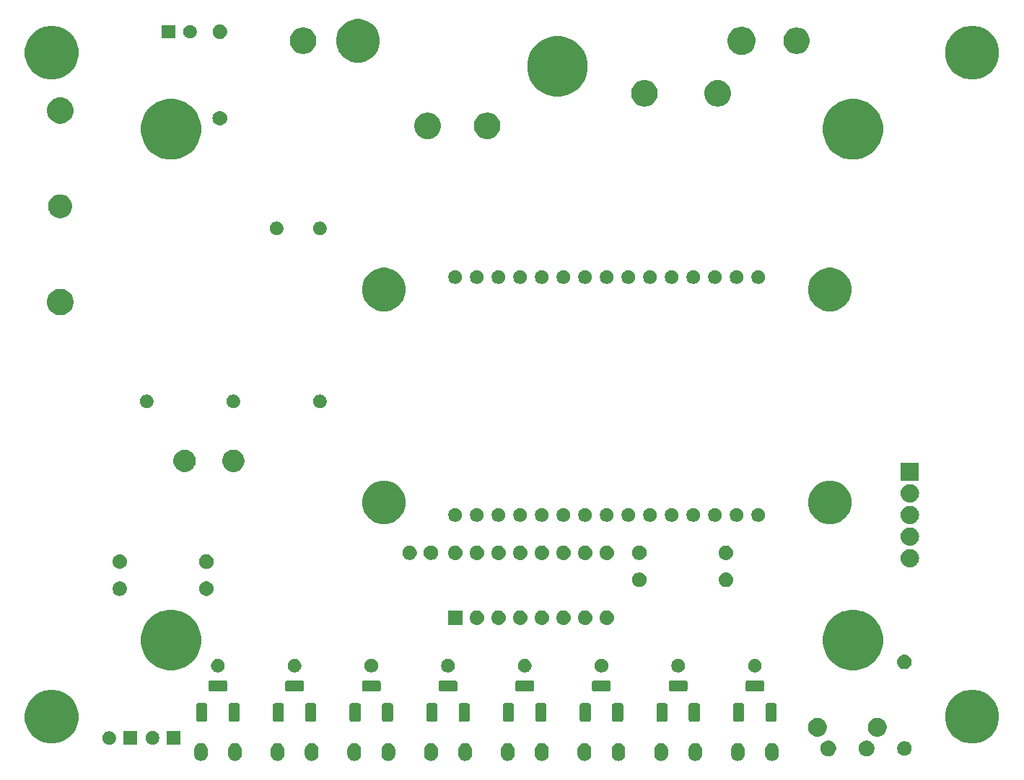
<source format=gts>
G04 #@! TF.GenerationSoftware,KiCad,Pcbnew,(5.1.4)-1*
G04 #@! TF.CreationDate,2019-09-16T22:16:00+02:00*
G04 #@! TF.ProjectId,BBMini,42424d69-6e69-42e6-9b69-6361645f7063,V1.0*
G04 #@! TF.SameCoordinates,PXe4e1c0PY6516e80*
G04 #@! TF.FileFunction,Soldermask,Top*
G04 #@! TF.FilePolarity,Negative*
%FSLAX46Y46*%
G04 Gerber Fmt 4.6, Leading zero omitted, Abs format (unit mm)*
G04 Created by KiCad (PCBNEW (5.1.4)-1) date 2019-09-16 22:16:00*
%MOMM*%
%LPD*%
G04 APERTURE LIST*
%ADD10C,0.100000*%
G04 APERTURE END LIST*
D10*
G36*
X56157023Y3389410D02*
G01*
X56243126Y3363291D01*
X56308013Y3343608D01*
X56447165Y3269229D01*
X56569133Y3169133D01*
X56669229Y3047165D01*
X56743608Y2908013D01*
X56743608Y2908012D01*
X56789410Y2757023D01*
X56801000Y2639345D01*
X56801000Y2060655D01*
X56789410Y1942977D01*
X56771090Y1882585D01*
X56743608Y1791987D01*
X56669230Y1652836D01*
X56669229Y1652835D01*
X56569133Y1530867D01*
X56447164Y1430771D01*
X56308012Y1356392D01*
X56257681Y1341125D01*
X56157022Y1310590D01*
X56000000Y1295125D01*
X55842977Y1310590D01*
X55742318Y1341125D01*
X55691987Y1356392D01*
X55552835Y1430771D01*
X55430867Y1530867D01*
X55330771Y1652836D01*
X55256393Y1791987D01*
X55256392Y1791988D01*
X55216954Y1922000D01*
X55210590Y1942978D01*
X55199000Y2060656D01*
X55199000Y2639345D01*
X55210590Y2757023D01*
X55256392Y2908012D01*
X55256392Y2908013D01*
X55275607Y2943961D01*
X55330771Y3047165D01*
X55430868Y3169133D01*
X55552836Y3269229D01*
X55691988Y3343608D01*
X55756875Y3363291D01*
X55842978Y3389410D01*
X56000000Y3404875D01*
X56157023Y3389410D01*
X56157023Y3389410D01*
G37*
G36*
X52157023Y3389410D02*
G01*
X52243126Y3363291D01*
X52308013Y3343608D01*
X52447165Y3269229D01*
X52569133Y3169133D01*
X52669229Y3047165D01*
X52743608Y2908013D01*
X52743608Y2908012D01*
X52789410Y2757023D01*
X52801000Y2639345D01*
X52801000Y2060655D01*
X52789410Y1942977D01*
X52771090Y1882585D01*
X52743608Y1791987D01*
X52669230Y1652836D01*
X52669229Y1652835D01*
X52569133Y1530867D01*
X52447164Y1430771D01*
X52308012Y1356392D01*
X52257681Y1341125D01*
X52157022Y1310590D01*
X52000000Y1295125D01*
X51842977Y1310590D01*
X51742318Y1341125D01*
X51691987Y1356392D01*
X51552835Y1430771D01*
X51430867Y1530867D01*
X51330771Y1652836D01*
X51256393Y1791987D01*
X51256392Y1791988D01*
X51216954Y1922000D01*
X51210590Y1942978D01*
X51199000Y2060656D01*
X51199000Y2639345D01*
X51210590Y2757023D01*
X51256392Y2908012D01*
X51256392Y2908013D01*
X51275607Y2943961D01*
X51330771Y3047165D01*
X51430868Y3169133D01*
X51552836Y3269229D01*
X51691988Y3343608D01*
X51756875Y3363291D01*
X51842978Y3389410D01*
X52000000Y3404875D01*
X52157023Y3389410D01*
X52157023Y3389410D01*
G37*
G36*
X25157023Y3389410D02*
G01*
X25243126Y3363291D01*
X25308013Y3343608D01*
X25447165Y3269229D01*
X25569133Y3169133D01*
X25669229Y3047165D01*
X25743608Y2908013D01*
X25743608Y2908012D01*
X25789410Y2757023D01*
X25801000Y2639345D01*
X25801000Y2060655D01*
X25789410Y1942977D01*
X25771090Y1882585D01*
X25743608Y1791987D01*
X25669230Y1652836D01*
X25669229Y1652835D01*
X25569133Y1530867D01*
X25447164Y1430771D01*
X25308012Y1356392D01*
X25257681Y1341125D01*
X25157022Y1310590D01*
X25000000Y1295125D01*
X24842977Y1310590D01*
X24742318Y1341125D01*
X24691987Y1356392D01*
X24552835Y1430771D01*
X24430867Y1530867D01*
X24330771Y1652836D01*
X24256393Y1791987D01*
X24256392Y1791988D01*
X24216954Y1922000D01*
X24210590Y1942978D01*
X24199000Y2060656D01*
X24199000Y2639345D01*
X24210590Y2757023D01*
X24256392Y2908012D01*
X24256392Y2908013D01*
X24275607Y2943961D01*
X24330771Y3047165D01*
X24430868Y3169133D01*
X24552836Y3269229D01*
X24691988Y3343608D01*
X24756875Y3363291D01*
X24842978Y3389410D01*
X25000000Y3404875D01*
X25157023Y3389410D01*
X25157023Y3389410D01*
G37*
G36*
X29157023Y3389410D02*
G01*
X29243126Y3363291D01*
X29308013Y3343608D01*
X29447165Y3269229D01*
X29569133Y3169133D01*
X29669229Y3047165D01*
X29743608Y2908013D01*
X29743608Y2908012D01*
X29789410Y2757023D01*
X29801000Y2639345D01*
X29801000Y2060655D01*
X29789410Y1942977D01*
X29771090Y1882585D01*
X29743608Y1791987D01*
X29669230Y1652836D01*
X29669229Y1652835D01*
X29569133Y1530867D01*
X29447164Y1430771D01*
X29308012Y1356392D01*
X29257681Y1341125D01*
X29157022Y1310590D01*
X29000000Y1295125D01*
X28842977Y1310590D01*
X28742318Y1341125D01*
X28691987Y1356392D01*
X28552835Y1430771D01*
X28430867Y1530867D01*
X28330771Y1652836D01*
X28256393Y1791987D01*
X28256392Y1791988D01*
X28216954Y1922000D01*
X28210590Y1942978D01*
X28199000Y2060656D01*
X28199000Y2639345D01*
X28210590Y2757023D01*
X28256392Y2908012D01*
X28256392Y2908013D01*
X28275607Y2943961D01*
X28330771Y3047165D01*
X28430868Y3169133D01*
X28552836Y3269229D01*
X28691988Y3343608D01*
X28756875Y3363291D01*
X28842978Y3389410D01*
X29000000Y3404875D01*
X29157023Y3389410D01*
X29157023Y3389410D01*
G37*
G36*
X34157023Y3389410D02*
G01*
X34243126Y3363291D01*
X34308013Y3343608D01*
X34447165Y3269229D01*
X34569133Y3169133D01*
X34669229Y3047165D01*
X34743608Y2908013D01*
X34743608Y2908012D01*
X34789410Y2757023D01*
X34801000Y2639345D01*
X34801000Y2060655D01*
X34789410Y1942977D01*
X34771090Y1882585D01*
X34743608Y1791987D01*
X34669230Y1652836D01*
X34669229Y1652835D01*
X34569133Y1530867D01*
X34447164Y1430771D01*
X34308012Y1356392D01*
X34257681Y1341125D01*
X34157022Y1310590D01*
X34000000Y1295125D01*
X33842977Y1310590D01*
X33742318Y1341125D01*
X33691987Y1356392D01*
X33552835Y1430771D01*
X33430867Y1530867D01*
X33330771Y1652836D01*
X33256393Y1791987D01*
X33256392Y1791988D01*
X33216954Y1922000D01*
X33210590Y1942978D01*
X33199000Y2060656D01*
X33199000Y2639345D01*
X33210590Y2757023D01*
X33256392Y2908012D01*
X33256392Y2908013D01*
X33275607Y2943961D01*
X33330771Y3047165D01*
X33430868Y3169133D01*
X33552836Y3269229D01*
X33691988Y3343608D01*
X33756875Y3363291D01*
X33842978Y3389410D01*
X34000000Y3404875D01*
X34157023Y3389410D01*
X34157023Y3389410D01*
G37*
G36*
X38157023Y3389410D02*
G01*
X38243126Y3363291D01*
X38308013Y3343608D01*
X38447165Y3269229D01*
X38569133Y3169133D01*
X38669229Y3047165D01*
X38743608Y2908013D01*
X38743608Y2908012D01*
X38789410Y2757023D01*
X38801000Y2639345D01*
X38801000Y2060655D01*
X38789410Y1942977D01*
X38771090Y1882585D01*
X38743608Y1791987D01*
X38669230Y1652836D01*
X38669229Y1652835D01*
X38569133Y1530867D01*
X38447164Y1430771D01*
X38308012Y1356392D01*
X38257681Y1341125D01*
X38157022Y1310590D01*
X38000000Y1295125D01*
X37842977Y1310590D01*
X37742318Y1341125D01*
X37691987Y1356392D01*
X37552835Y1430771D01*
X37430867Y1530867D01*
X37330771Y1652836D01*
X37256393Y1791987D01*
X37256392Y1791988D01*
X37216954Y1922000D01*
X37210590Y1942978D01*
X37199000Y2060656D01*
X37199000Y2639345D01*
X37210590Y2757023D01*
X37256392Y2908012D01*
X37256392Y2908013D01*
X37275607Y2943961D01*
X37330771Y3047165D01*
X37430868Y3169133D01*
X37552836Y3269229D01*
X37691988Y3343608D01*
X37756875Y3363291D01*
X37842978Y3389410D01*
X38000000Y3404875D01*
X38157023Y3389410D01*
X38157023Y3389410D01*
G37*
G36*
X43157023Y3389410D02*
G01*
X43243126Y3363291D01*
X43308013Y3343608D01*
X43447165Y3269229D01*
X43569133Y3169133D01*
X43669229Y3047165D01*
X43743608Y2908013D01*
X43743608Y2908012D01*
X43789410Y2757023D01*
X43801000Y2639345D01*
X43801000Y2060655D01*
X43789410Y1942977D01*
X43771090Y1882585D01*
X43743608Y1791987D01*
X43669230Y1652836D01*
X43669229Y1652835D01*
X43569133Y1530867D01*
X43447164Y1430771D01*
X43308012Y1356392D01*
X43257681Y1341125D01*
X43157022Y1310590D01*
X43000000Y1295125D01*
X42842977Y1310590D01*
X42742318Y1341125D01*
X42691987Y1356392D01*
X42552835Y1430771D01*
X42430867Y1530867D01*
X42330771Y1652836D01*
X42256393Y1791987D01*
X42256392Y1791988D01*
X42216954Y1922000D01*
X42210590Y1942978D01*
X42199000Y2060656D01*
X42199000Y2639345D01*
X42210590Y2757023D01*
X42256392Y2908012D01*
X42256392Y2908013D01*
X42275607Y2943961D01*
X42330771Y3047165D01*
X42430868Y3169133D01*
X42552836Y3269229D01*
X42691988Y3343608D01*
X42756875Y3363291D01*
X42842978Y3389410D01*
X43000000Y3404875D01*
X43157023Y3389410D01*
X43157023Y3389410D01*
G37*
G36*
X47157023Y3389410D02*
G01*
X47243126Y3363291D01*
X47308013Y3343608D01*
X47447165Y3269229D01*
X47569133Y3169133D01*
X47669229Y3047165D01*
X47743608Y2908013D01*
X47743608Y2908012D01*
X47789410Y2757023D01*
X47801000Y2639345D01*
X47801000Y2060655D01*
X47789410Y1942977D01*
X47771090Y1882585D01*
X47743608Y1791987D01*
X47669230Y1652836D01*
X47669229Y1652835D01*
X47569133Y1530867D01*
X47447164Y1430771D01*
X47308012Y1356392D01*
X47257681Y1341125D01*
X47157022Y1310590D01*
X47000000Y1295125D01*
X46842977Y1310590D01*
X46742318Y1341125D01*
X46691987Y1356392D01*
X46552835Y1430771D01*
X46430867Y1530867D01*
X46330771Y1652836D01*
X46256393Y1791987D01*
X46256392Y1791988D01*
X46216954Y1922000D01*
X46210590Y1942978D01*
X46199000Y2060656D01*
X46199000Y2639345D01*
X46210590Y2757023D01*
X46256392Y2908012D01*
X46256392Y2908013D01*
X46275607Y2943961D01*
X46330771Y3047165D01*
X46430868Y3169133D01*
X46552836Y3269229D01*
X46691988Y3343608D01*
X46756875Y3363291D01*
X46842978Y3389410D01*
X47000000Y3404875D01*
X47157023Y3389410D01*
X47157023Y3389410D01*
G37*
G36*
X92157023Y3389410D02*
G01*
X92243126Y3363291D01*
X92308013Y3343608D01*
X92447165Y3269229D01*
X92569133Y3169133D01*
X92669229Y3047165D01*
X92743608Y2908013D01*
X92743608Y2908012D01*
X92789410Y2757023D01*
X92801000Y2639345D01*
X92801000Y2060655D01*
X92789410Y1942977D01*
X92771090Y1882585D01*
X92743608Y1791987D01*
X92669230Y1652836D01*
X92669229Y1652835D01*
X92569133Y1530867D01*
X92447164Y1430771D01*
X92308012Y1356392D01*
X92257681Y1341125D01*
X92157022Y1310590D01*
X92000000Y1295125D01*
X91842977Y1310590D01*
X91742318Y1341125D01*
X91691987Y1356392D01*
X91552835Y1430771D01*
X91430867Y1530867D01*
X91330771Y1652836D01*
X91256393Y1791987D01*
X91256392Y1791988D01*
X91216954Y1922000D01*
X91210590Y1942978D01*
X91199000Y2060656D01*
X91199000Y2639345D01*
X91210590Y2757023D01*
X91256392Y2908012D01*
X91256392Y2908013D01*
X91275607Y2943961D01*
X91330771Y3047165D01*
X91430868Y3169133D01*
X91552836Y3269229D01*
X91691988Y3343608D01*
X91756875Y3363291D01*
X91842978Y3389410D01*
X92000000Y3404875D01*
X92157023Y3389410D01*
X92157023Y3389410D01*
G37*
G36*
X61157023Y3389410D02*
G01*
X61243126Y3363291D01*
X61308013Y3343608D01*
X61447165Y3269229D01*
X61569133Y3169133D01*
X61669229Y3047165D01*
X61743608Y2908013D01*
X61743608Y2908012D01*
X61789410Y2757023D01*
X61801000Y2639345D01*
X61801000Y2060655D01*
X61789410Y1942977D01*
X61771090Y1882585D01*
X61743608Y1791987D01*
X61669230Y1652836D01*
X61669229Y1652835D01*
X61569133Y1530867D01*
X61447164Y1430771D01*
X61308012Y1356392D01*
X61257681Y1341125D01*
X61157022Y1310590D01*
X61000000Y1295125D01*
X60842977Y1310590D01*
X60742318Y1341125D01*
X60691987Y1356392D01*
X60552835Y1430771D01*
X60430867Y1530867D01*
X60330771Y1652836D01*
X60256393Y1791987D01*
X60256392Y1791988D01*
X60216954Y1922000D01*
X60210590Y1942978D01*
X60199000Y2060656D01*
X60199000Y2639345D01*
X60210590Y2757023D01*
X60256392Y2908012D01*
X60256392Y2908013D01*
X60275607Y2943961D01*
X60330771Y3047165D01*
X60430868Y3169133D01*
X60552836Y3269229D01*
X60691988Y3343608D01*
X60756875Y3363291D01*
X60842978Y3389410D01*
X61000000Y3404875D01*
X61157023Y3389410D01*
X61157023Y3389410D01*
G37*
G36*
X65157023Y3389410D02*
G01*
X65243126Y3363291D01*
X65308013Y3343608D01*
X65447165Y3269229D01*
X65569133Y3169133D01*
X65669229Y3047165D01*
X65743608Y2908013D01*
X65743608Y2908012D01*
X65789410Y2757023D01*
X65801000Y2639345D01*
X65801000Y2060655D01*
X65789410Y1942977D01*
X65771090Y1882585D01*
X65743608Y1791987D01*
X65669230Y1652836D01*
X65669229Y1652835D01*
X65569133Y1530867D01*
X65447164Y1430771D01*
X65308012Y1356392D01*
X65257681Y1341125D01*
X65157022Y1310590D01*
X65000000Y1295125D01*
X64842977Y1310590D01*
X64742318Y1341125D01*
X64691987Y1356392D01*
X64552835Y1430771D01*
X64430867Y1530867D01*
X64330771Y1652836D01*
X64256393Y1791987D01*
X64256392Y1791988D01*
X64216954Y1922000D01*
X64210590Y1942978D01*
X64199000Y2060656D01*
X64199000Y2639345D01*
X64210590Y2757023D01*
X64256392Y2908012D01*
X64256392Y2908013D01*
X64275607Y2943961D01*
X64330771Y3047165D01*
X64430868Y3169133D01*
X64552836Y3269229D01*
X64691988Y3343608D01*
X64756875Y3363291D01*
X64842978Y3389410D01*
X65000000Y3404875D01*
X65157023Y3389410D01*
X65157023Y3389410D01*
G37*
G36*
X70157023Y3389410D02*
G01*
X70243126Y3363291D01*
X70308013Y3343608D01*
X70447165Y3269229D01*
X70569133Y3169133D01*
X70669229Y3047165D01*
X70743608Y2908013D01*
X70743608Y2908012D01*
X70789410Y2757023D01*
X70801000Y2639345D01*
X70801000Y2060655D01*
X70789410Y1942977D01*
X70771090Y1882585D01*
X70743608Y1791987D01*
X70669230Y1652836D01*
X70669229Y1652835D01*
X70569133Y1530867D01*
X70447164Y1430771D01*
X70308012Y1356392D01*
X70257681Y1341125D01*
X70157022Y1310590D01*
X70000000Y1295125D01*
X69842977Y1310590D01*
X69742318Y1341125D01*
X69691987Y1356392D01*
X69552835Y1430771D01*
X69430867Y1530867D01*
X69330771Y1652836D01*
X69256393Y1791987D01*
X69256392Y1791988D01*
X69216954Y1922000D01*
X69210590Y1942978D01*
X69199000Y2060656D01*
X69199000Y2639345D01*
X69210590Y2757023D01*
X69256392Y2908012D01*
X69256392Y2908013D01*
X69275607Y2943961D01*
X69330771Y3047165D01*
X69430868Y3169133D01*
X69552836Y3269229D01*
X69691988Y3343608D01*
X69756875Y3363291D01*
X69842978Y3389410D01*
X70000000Y3404875D01*
X70157023Y3389410D01*
X70157023Y3389410D01*
G37*
G36*
X74157023Y3389410D02*
G01*
X74243126Y3363291D01*
X74308013Y3343608D01*
X74447165Y3269229D01*
X74569133Y3169133D01*
X74669229Y3047165D01*
X74743608Y2908013D01*
X74743608Y2908012D01*
X74789410Y2757023D01*
X74801000Y2639345D01*
X74801000Y2060655D01*
X74789410Y1942977D01*
X74771090Y1882585D01*
X74743608Y1791987D01*
X74669230Y1652836D01*
X74669229Y1652835D01*
X74569133Y1530867D01*
X74447164Y1430771D01*
X74308012Y1356392D01*
X74257681Y1341125D01*
X74157022Y1310590D01*
X74000000Y1295125D01*
X73842977Y1310590D01*
X73742318Y1341125D01*
X73691987Y1356392D01*
X73552835Y1430771D01*
X73430867Y1530867D01*
X73330771Y1652836D01*
X73256393Y1791987D01*
X73256392Y1791988D01*
X73216954Y1922000D01*
X73210590Y1942978D01*
X73199000Y2060656D01*
X73199000Y2639345D01*
X73210590Y2757023D01*
X73256392Y2908012D01*
X73256392Y2908013D01*
X73275607Y2943961D01*
X73330771Y3047165D01*
X73430868Y3169133D01*
X73552836Y3269229D01*
X73691988Y3343608D01*
X73756875Y3363291D01*
X73842978Y3389410D01*
X74000000Y3404875D01*
X74157023Y3389410D01*
X74157023Y3389410D01*
G37*
G36*
X79157023Y3389410D02*
G01*
X79243126Y3363291D01*
X79308013Y3343608D01*
X79447165Y3269229D01*
X79569133Y3169133D01*
X79669229Y3047165D01*
X79743608Y2908013D01*
X79743608Y2908012D01*
X79789410Y2757023D01*
X79801000Y2639345D01*
X79801000Y2060655D01*
X79789410Y1942977D01*
X79771090Y1882585D01*
X79743608Y1791987D01*
X79669230Y1652836D01*
X79669229Y1652835D01*
X79569133Y1530867D01*
X79447164Y1430771D01*
X79308012Y1356392D01*
X79257681Y1341125D01*
X79157022Y1310590D01*
X79000000Y1295125D01*
X78842977Y1310590D01*
X78742318Y1341125D01*
X78691987Y1356392D01*
X78552835Y1430771D01*
X78430867Y1530867D01*
X78330771Y1652836D01*
X78256393Y1791987D01*
X78256392Y1791988D01*
X78216954Y1922000D01*
X78210590Y1942978D01*
X78199000Y2060656D01*
X78199000Y2639345D01*
X78210590Y2757023D01*
X78256392Y2908012D01*
X78256392Y2908013D01*
X78275607Y2943961D01*
X78330771Y3047165D01*
X78430868Y3169133D01*
X78552836Y3269229D01*
X78691988Y3343608D01*
X78756875Y3363291D01*
X78842978Y3389410D01*
X79000000Y3404875D01*
X79157023Y3389410D01*
X79157023Y3389410D01*
G37*
G36*
X83157023Y3389410D02*
G01*
X83243126Y3363291D01*
X83308013Y3343608D01*
X83447165Y3269229D01*
X83569133Y3169133D01*
X83669229Y3047165D01*
X83743608Y2908013D01*
X83743608Y2908012D01*
X83789410Y2757023D01*
X83801000Y2639345D01*
X83801000Y2060655D01*
X83789410Y1942977D01*
X83771090Y1882585D01*
X83743608Y1791987D01*
X83669230Y1652836D01*
X83669229Y1652835D01*
X83569133Y1530867D01*
X83447164Y1430771D01*
X83308012Y1356392D01*
X83257681Y1341125D01*
X83157022Y1310590D01*
X83000000Y1295125D01*
X82842977Y1310590D01*
X82742318Y1341125D01*
X82691987Y1356392D01*
X82552835Y1430771D01*
X82430867Y1530867D01*
X82330771Y1652836D01*
X82256393Y1791987D01*
X82256392Y1791988D01*
X82216954Y1922000D01*
X82210590Y1942978D01*
X82199000Y2060656D01*
X82199000Y2639345D01*
X82210590Y2757023D01*
X82256392Y2908012D01*
X82256392Y2908013D01*
X82275607Y2943961D01*
X82330771Y3047165D01*
X82430868Y3169133D01*
X82552836Y3269229D01*
X82691988Y3343608D01*
X82756875Y3363291D01*
X82842978Y3389410D01*
X83000000Y3404875D01*
X83157023Y3389410D01*
X83157023Y3389410D01*
G37*
G36*
X88157023Y3389410D02*
G01*
X88243126Y3363291D01*
X88308013Y3343608D01*
X88447165Y3269229D01*
X88569133Y3169133D01*
X88669229Y3047165D01*
X88743608Y2908013D01*
X88743608Y2908012D01*
X88789410Y2757023D01*
X88801000Y2639345D01*
X88801000Y2060655D01*
X88789410Y1942977D01*
X88771090Y1882585D01*
X88743608Y1791987D01*
X88669230Y1652836D01*
X88669229Y1652835D01*
X88569133Y1530867D01*
X88447164Y1430771D01*
X88308012Y1356392D01*
X88257681Y1341125D01*
X88157022Y1310590D01*
X88000000Y1295125D01*
X87842977Y1310590D01*
X87742318Y1341125D01*
X87691987Y1356392D01*
X87552835Y1430771D01*
X87430867Y1530867D01*
X87330771Y1652836D01*
X87256393Y1791987D01*
X87256392Y1791988D01*
X87216954Y1922000D01*
X87210590Y1942978D01*
X87199000Y2060656D01*
X87199000Y2639345D01*
X87210590Y2757023D01*
X87256392Y2908012D01*
X87256392Y2908013D01*
X87275607Y2943961D01*
X87330771Y3047165D01*
X87430868Y3169133D01*
X87552836Y3269229D01*
X87691988Y3343608D01*
X87756875Y3363291D01*
X87842978Y3389410D01*
X88000000Y3404875D01*
X88157023Y3389410D01*
X88157023Y3389410D01*
G37*
G36*
X103380104Y3663415D02*
G01*
X103548626Y3593611D01*
X103700291Y3492272D01*
X103829272Y3363291D01*
X103930611Y3211626D01*
X104000415Y3043104D01*
X104036000Y2864203D01*
X104036000Y2681797D01*
X104000415Y2502896D01*
X103930611Y2334374D01*
X103829272Y2182709D01*
X103700291Y2053728D01*
X103548626Y1952389D01*
X103380104Y1882585D01*
X103201203Y1847000D01*
X103018797Y1847000D01*
X102839896Y1882585D01*
X102671374Y1952389D01*
X102519709Y2053728D01*
X102390728Y2182709D01*
X102289389Y2334374D01*
X102219585Y2502896D01*
X102184000Y2681797D01*
X102184000Y2864203D01*
X102219585Y3043104D01*
X102289389Y3211626D01*
X102390728Y3363291D01*
X102519709Y3492272D01*
X102671374Y3593611D01*
X102839896Y3663415D01*
X103018797Y3699000D01*
X103201203Y3699000D01*
X103380104Y3663415D01*
X103380104Y3663415D01*
G37*
G36*
X98880104Y3663415D02*
G01*
X99048626Y3593611D01*
X99200291Y3492272D01*
X99329272Y3363291D01*
X99430611Y3211626D01*
X99500415Y3043104D01*
X99536000Y2864203D01*
X99536000Y2681797D01*
X99500415Y2502896D01*
X99430611Y2334374D01*
X99329272Y2182709D01*
X99200291Y2053728D01*
X99048626Y1952389D01*
X98880104Y1882585D01*
X98701203Y1847000D01*
X98518797Y1847000D01*
X98339896Y1882585D01*
X98171374Y1952389D01*
X98019709Y2053728D01*
X97890728Y2182709D01*
X97789389Y2334374D01*
X97719585Y2502896D01*
X97684000Y2681797D01*
X97684000Y2864203D01*
X97719585Y3043104D01*
X97789389Y3211626D01*
X97890728Y3363291D01*
X98019709Y3492272D01*
X98171374Y3593611D01*
X98339896Y3663415D01*
X98518797Y3699000D01*
X98701203Y3699000D01*
X98880104Y3663415D01*
X98880104Y3663415D01*
G37*
G36*
X107803228Y3591297D02*
G01*
X107958100Y3527147D01*
X108097481Y3434015D01*
X108216015Y3315481D01*
X108309147Y3176100D01*
X108373297Y3021228D01*
X108406000Y2856816D01*
X108406000Y2689184D01*
X108373297Y2524772D01*
X108309147Y2369900D01*
X108216015Y2230519D01*
X108097481Y2111985D01*
X107958100Y2018853D01*
X107803228Y1954703D01*
X107638816Y1922000D01*
X107471184Y1922000D01*
X107306772Y1954703D01*
X107151900Y2018853D01*
X107012519Y2111985D01*
X106893985Y2230519D01*
X106800853Y2369900D01*
X106736703Y2524772D01*
X106704000Y2689184D01*
X106704000Y2856816D01*
X106736703Y3021228D01*
X106800853Y3176100D01*
X106893985Y3315481D01*
X107012519Y3434015D01*
X107151900Y3527147D01*
X107306772Y3591297D01*
X107471184Y3624000D01*
X107638816Y3624000D01*
X107803228Y3591297D01*
X107803228Y3591297D01*
G37*
G36*
X14483642Y4773719D02*
G01*
X14591996Y4728837D01*
X14629416Y4713337D01*
X14760608Y4625678D01*
X14872178Y4514108D01*
X14959837Y4382916D01*
X14959838Y4382914D01*
X15020219Y4237142D01*
X15051000Y4082393D01*
X15051000Y3924607D01*
X15020219Y3769858D01*
X14959838Y3624086D01*
X14959837Y3624084D01*
X14872178Y3492892D01*
X14760608Y3381322D01*
X14629416Y3293663D01*
X14629415Y3293662D01*
X14629414Y3293662D01*
X14483642Y3233281D01*
X14328893Y3202500D01*
X14171107Y3202500D01*
X14016358Y3233281D01*
X13870586Y3293662D01*
X13870585Y3293662D01*
X13870584Y3293663D01*
X13739392Y3381322D01*
X13627822Y3492892D01*
X13540163Y3624084D01*
X13540162Y3624086D01*
X13479781Y3769858D01*
X13449000Y3924607D01*
X13449000Y4082393D01*
X13479781Y4237142D01*
X13540162Y4382914D01*
X13540163Y4382916D01*
X13627822Y4514108D01*
X13739392Y4625678D01*
X13870584Y4713337D01*
X13908004Y4728837D01*
X14016358Y4773719D01*
X14171107Y4804500D01*
X14328893Y4804500D01*
X14483642Y4773719D01*
X14483642Y4773719D01*
G37*
G36*
X17551000Y3202500D02*
G01*
X15949000Y3202500D01*
X15949000Y4804500D01*
X17551000Y4804500D01*
X17551000Y3202500D01*
X17551000Y3202500D01*
G37*
G36*
X22631000Y3218000D02*
G01*
X21029000Y3218000D01*
X21029000Y4820000D01*
X22631000Y4820000D01*
X22631000Y3218000D01*
X22631000Y3218000D01*
G37*
G36*
X19563642Y4789219D02*
G01*
X19709414Y4728838D01*
X19709416Y4728837D01*
X19840608Y4641178D01*
X19952178Y4529608D01*
X20033568Y4407798D01*
X20039838Y4398414D01*
X20100219Y4252642D01*
X20131000Y4097893D01*
X20131000Y3940107D01*
X20100219Y3785358D01*
X20068018Y3707619D01*
X20039837Y3639584D01*
X19952178Y3508392D01*
X19840608Y3396822D01*
X19709416Y3309163D01*
X19709415Y3309162D01*
X19709414Y3309162D01*
X19563642Y3248781D01*
X19408893Y3218000D01*
X19251107Y3218000D01*
X19096358Y3248781D01*
X18950586Y3309162D01*
X18950585Y3309162D01*
X18950584Y3309163D01*
X18819392Y3396822D01*
X18707822Y3508392D01*
X18620163Y3639584D01*
X18591982Y3707619D01*
X18559781Y3785358D01*
X18529000Y3940107D01*
X18529000Y4097893D01*
X18559781Y4252642D01*
X18620162Y4398414D01*
X18626432Y4407798D01*
X18707822Y4529608D01*
X18819392Y4641178D01*
X18950584Y4728837D01*
X18950586Y4728838D01*
X19096358Y4789219D01*
X19251107Y4820000D01*
X19408893Y4820000D01*
X19563642Y4789219D01*
X19563642Y4789219D01*
G37*
G36*
X8216191Y9570273D02*
G01*
X8419113Y9529909D01*
X8992558Y9292380D01*
X9508645Y8947541D01*
X9947541Y8508645D01*
X10283624Y8005663D01*
X10292381Y7992556D01*
X10529909Y7419112D01*
X10651000Y6810348D01*
X10651000Y6189652D01*
X10570414Y5784520D01*
X10529909Y5580887D01*
X10292380Y5007442D01*
X9947541Y4491355D01*
X9508645Y4052459D01*
X8992558Y3707620D01*
X8992557Y3707619D01*
X8992556Y3707619D01*
X8828310Y3639586D01*
X8419113Y3470091D01*
X8237746Y3434015D01*
X7810348Y3349000D01*
X7189652Y3349000D01*
X6762254Y3434015D01*
X6580887Y3470091D01*
X6171690Y3639586D01*
X6007444Y3707619D01*
X6007443Y3707619D01*
X6007442Y3707620D01*
X5491355Y4052459D01*
X5052459Y4491355D01*
X4707620Y5007442D01*
X4470091Y5580887D01*
X4429586Y5784520D01*
X4349000Y6189652D01*
X4349000Y6810348D01*
X4470091Y7419112D01*
X4707619Y7992556D01*
X4716377Y8005663D01*
X5052459Y8508645D01*
X5491355Y8947541D01*
X6007442Y9292380D01*
X6580887Y9529909D01*
X6783809Y9570273D01*
X7189652Y9651000D01*
X7810348Y9651000D01*
X8216191Y9570273D01*
X8216191Y9570273D01*
G37*
G36*
X116216191Y9570273D02*
G01*
X116419113Y9529909D01*
X116992558Y9292380D01*
X117508645Y8947541D01*
X117947541Y8508645D01*
X118283624Y8005663D01*
X118292381Y7992556D01*
X118529909Y7419112D01*
X118651000Y6810348D01*
X118651000Y6189652D01*
X118570414Y5784520D01*
X118529909Y5580887D01*
X118292380Y5007442D01*
X117947541Y4491355D01*
X117508645Y4052459D01*
X116992558Y3707620D01*
X116992557Y3707619D01*
X116992556Y3707619D01*
X116828310Y3639586D01*
X116419113Y3470091D01*
X116237746Y3434015D01*
X115810348Y3349000D01*
X115189652Y3349000D01*
X114762254Y3434015D01*
X114580887Y3470091D01*
X114171690Y3639586D01*
X114007444Y3707619D01*
X114007443Y3707619D01*
X114007442Y3707620D01*
X113491355Y4052459D01*
X113052459Y4491355D01*
X112707620Y5007442D01*
X112470091Y5580887D01*
X112429586Y5784520D01*
X112349000Y6189652D01*
X112349000Y6810348D01*
X112470091Y7419112D01*
X112707619Y7992556D01*
X112716377Y8005663D01*
X113052459Y8508645D01*
X113491355Y8947541D01*
X114007442Y9292380D01*
X114580887Y9529909D01*
X114783809Y9570273D01*
X115189652Y9651000D01*
X115810348Y9651000D01*
X116216191Y9570273D01*
X116216191Y9570273D01*
G37*
G36*
X97564795Y6342844D02*
G01*
X97671150Y6321689D01*
X97771334Y6280191D01*
X97871520Y6238693D01*
X98051844Y6118205D01*
X98205205Y5964844D01*
X98325693Y5784520D01*
X98325693Y5784519D01*
X98408689Y5584150D01*
X98451000Y5371439D01*
X98451000Y5154561D01*
X98421737Y5007444D01*
X98408689Y4941851D01*
X98325693Y4741480D01*
X98205205Y4561156D01*
X98051844Y4407795D01*
X97871520Y4287307D01*
X97787833Y4252643D01*
X97671150Y4204311D01*
X97564794Y4183155D01*
X97458440Y4162000D01*
X97241560Y4162000D01*
X97135206Y4183155D01*
X97028850Y4204311D01*
X96912167Y4252643D01*
X96828480Y4287307D01*
X96648156Y4407795D01*
X96494795Y4561156D01*
X96374307Y4741480D01*
X96291311Y4941851D01*
X96278264Y5007444D01*
X96249000Y5154561D01*
X96249000Y5371439D01*
X96291311Y5584150D01*
X96374307Y5784519D01*
X96374307Y5784520D01*
X96494795Y5964844D01*
X96648156Y6118205D01*
X96828480Y6238693D01*
X97028850Y6321689D01*
X97135205Y6342844D01*
X97241560Y6364000D01*
X97458440Y6364000D01*
X97564795Y6342844D01*
X97564795Y6342844D01*
G37*
G36*
X104574795Y6342844D02*
G01*
X104681150Y6321689D01*
X104781334Y6280191D01*
X104881520Y6238693D01*
X105061844Y6118205D01*
X105215205Y5964844D01*
X105335693Y5784520D01*
X105335693Y5784519D01*
X105418689Y5584150D01*
X105461000Y5371439D01*
X105461000Y5154561D01*
X105431737Y5007444D01*
X105418689Y4941851D01*
X105335693Y4741480D01*
X105215205Y4561156D01*
X105061844Y4407795D01*
X104881520Y4287307D01*
X104797833Y4252643D01*
X104681150Y4204311D01*
X104574794Y4183155D01*
X104468440Y4162000D01*
X104251560Y4162000D01*
X104145206Y4183155D01*
X104038850Y4204311D01*
X103922167Y4252643D01*
X103838480Y4287307D01*
X103658156Y4407795D01*
X103504795Y4561156D01*
X103384307Y4741480D01*
X103301311Y4941851D01*
X103288264Y5007444D01*
X103259000Y5154561D01*
X103259000Y5371439D01*
X103301311Y5584150D01*
X103384307Y5784519D01*
X103384307Y5784520D01*
X103504795Y5964844D01*
X103658156Y6118205D01*
X103838480Y6238693D01*
X104038850Y6321689D01*
X104145205Y6342844D01*
X104251560Y6364000D01*
X104468440Y6364000D01*
X104574795Y6342844D01*
X104574795Y6342844D01*
G37*
G36*
X92339192Y8095354D02*
G01*
X92388414Y8080422D01*
X92433778Y8056174D01*
X92473542Y8023542D01*
X92506174Y7983778D01*
X92530422Y7938414D01*
X92545354Y7889192D01*
X92551000Y7831860D01*
X92551000Y6168140D01*
X92545354Y6110808D01*
X92530422Y6061586D01*
X92506174Y6016222D01*
X92473542Y5976458D01*
X92433778Y5943826D01*
X92388414Y5919578D01*
X92339192Y5904646D01*
X92281860Y5899000D01*
X91518140Y5899000D01*
X91460808Y5904646D01*
X91411586Y5919578D01*
X91366222Y5943826D01*
X91326458Y5976458D01*
X91293826Y6016222D01*
X91269578Y6061586D01*
X91254646Y6110808D01*
X91249000Y6168140D01*
X91249000Y7831860D01*
X91254646Y7889192D01*
X91269578Y7938414D01*
X91293826Y7983778D01*
X91326458Y8023542D01*
X91366222Y8056174D01*
X91411586Y8080422D01*
X91460808Y8095354D01*
X91518140Y8101000D01*
X92281860Y8101000D01*
X92339192Y8095354D01*
X92339192Y8095354D01*
G37*
G36*
X88539192Y8095354D02*
G01*
X88588414Y8080422D01*
X88633778Y8056174D01*
X88673542Y8023542D01*
X88706174Y7983778D01*
X88730422Y7938414D01*
X88745354Y7889192D01*
X88751000Y7831860D01*
X88751000Y6168140D01*
X88745354Y6110808D01*
X88730422Y6061586D01*
X88706174Y6016222D01*
X88673542Y5976458D01*
X88633778Y5943826D01*
X88588414Y5919578D01*
X88539192Y5904646D01*
X88481860Y5899000D01*
X87718140Y5899000D01*
X87660808Y5904646D01*
X87611586Y5919578D01*
X87566222Y5943826D01*
X87526458Y5976458D01*
X87493826Y6016222D01*
X87469578Y6061586D01*
X87454646Y6110808D01*
X87449000Y6168140D01*
X87449000Y7831860D01*
X87454646Y7889192D01*
X87469578Y7938414D01*
X87493826Y7983778D01*
X87526458Y8023542D01*
X87566222Y8056174D01*
X87611586Y8080422D01*
X87660808Y8095354D01*
X87718140Y8101000D01*
X88481860Y8101000D01*
X88539192Y8095354D01*
X88539192Y8095354D01*
G37*
G36*
X83339192Y8095354D02*
G01*
X83388414Y8080422D01*
X83433778Y8056174D01*
X83473542Y8023542D01*
X83506174Y7983778D01*
X83530422Y7938414D01*
X83545354Y7889192D01*
X83551000Y7831860D01*
X83551000Y6168140D01*
X83545354Y6110808D01*
X83530422Y6061586D01*
X83506174Y6016222D01*
X83473542Y5976458D01*
X83433778Y5943826D01*
X83388414Y5919578D01*
X83339192Y5904646D01*
X83281860Y5899000D01*
X82518140Y5899000D01*
X82460808Y5904646D01*
X82411586Y5919578D01*
X82366222Y5943826D01*
X82326458Y5976458D01*
X82293826Y6016222D01*
X82269578Y6061586D01*
X82254646Y6110808D01*
X82249000Y6168140D01*
X82249000Y7831860D01*
X82254646Y7889192D01*
X82269578Y7938414D01*
X82293826Y7983778D01*
X82326458Y8023542D01*
X82366222Y8056174D01*
X82411586Y8080422D01*
X82460808Y8095354D01*
X82518140Y8101000D01*
X83281860Y8101000D01*
X83339192Y8095354D01*
X83339192Y8095354D01*
G37*
G36*
X74339192Y8095354D02*
G01*
X74388414Y8080422D01*
X74433778Y8056174D01*
X74473542Y8023542D01*
X74506174Y7983778D01*
X74530422Y7938414D01*
X74545354Y7889192D01*
X74551000Y7831860D01*
X74551000Y6168140D01*
X74545354Y6110808D01*
X74530422Y6061586D01*
X74506174Y6016222D01*
X74473542Y5976458D01*
X74433778Y5943826D01*
X74388414Y5919578D01*
X74339192Y5904646D01*
X74281860Y5899000D01*
X73518140Y5899000D01*
X73460808Y5904646D01*
X73411586Y5919578D01*
X73366222Y5943826D01*
X73326458Y5976458D01*
X73293826Y6016222D01*
X73269578Y6061586D01*
X73254646Y6110808D01*
X73249000Y6168140D01*
X73249000Y7831860D01*
X73254646Y7889192D01*
X73269578Y7938414D01*
X73293826Y7983778D01*
X73326458Y8023542D01*
X73366222Y8056174D01*
X73411586Y8080422D01*
X73460808Y8095354D01*
X73518140Y8101000D01*
X74281860Y8101000D01*
X74339192Y8095354D01*
X74339192Y8095354D01*
G37*
G36*
X79539192Y8095354D02*
G01*
X79588414Y8080422D01*
X79633778Y8056174D01*
X79673542Y8023542D01*
X79706174Y7983778D01*
X79730422Y7938414D01*
X79745354Y7889192D01*
X79751000Y7831860D01*
X79751000Y6168140D01*
X79745354Y6110808D01*
X79730422Y6061586D01*
X79706174Y6016222D01*
X79673542Y5976458D01*
X79633778Y5943826D01*
X79588414Y5919578D01*
X79539192Y5904646D01*
X79481860Y5899000D01*
X78718140Y5899000D01*
X78660808Y5904646D01*
X78611586Y5919578D01*
X78566222Y5943826D01*
X78526458Y5976458D01*
X78493826Y6016222D01*
X78469578Y6061586D01*
X78454646Y6110808D01*
X78449000Y6168140D01*
X78449000Y7831860D01*
X78454646Y7889192D01*
X78469578Y7938414D01*
X78493826Y7983778D01*
X78526458Y8023542D01*
X78566222Y8056174D01*
X78611586Y8080422D01*
X78660808Y8095354D01*
X78718140Y8101000D01*
X79481860Y8101000D01*
X79539192Y8095354D01*
X79539192Y8095354D01*
G37*
G36*
X70539192Y8095354D02*
G01*
X70588414Y8080422D01*
X70633778Y8056174D01*
X70673542Y8023542D01*
X70706174Y7983778D01*
X70730422Y7938414D01*
X70745354Y7889192D01*
X70751000Y7831860D01*
X70751000Y6168140D01*
X70745354Y6110808D01*
X70730422Y6061586D01*
X70706174Y6016222D01*
X70673542Y5976458D01*
X70633778Y5943826D01*
X70588414Y5919578D01*
X70539192Y5904646D01*
X70481860Y5899000D01*
X69718140Y5899000D01*
X69660808Y5904646D01*
X69611586Y5919578D01*
X69566222Y5943826D01*
X69526458Y5976458D01*
X69493826Y6016222D01*
X69469578Y6061586D01*
X69454646Y6110808D01*
X69449000Y6168140D01*
X69449000Y7831860D01*
X69454646Y7889192D01*
X69469578Y7938414D01*
X69493826Y7983778D01*
X69526458Y8023542D01*
X69566222Y8056174D01*
X69611586Y8080422D01*
X69660808Y8095354D01*
X69718140Y8101000D01*
X70481860Y8101000D01*
X70539192Y8095354D01*
X70539192Y8095354D01*
G37*
G36*
X25539192Y8095354D02*
G01*
X25588414Y8080422D01*
X25633778Y8056174D01*
X25673542Y8023542D01*
X25706174Y7983778D01*
X25730422Y7938414D01*
X25745354Y7889192D01*
X25751000Y7831860D01*
X25751000Y6168140D01*
X25745354Y6110808D01*
X25730422Y6061586D01*
X25706174Y6016222D01*
X25673542Y5976458D01*
X25633778Y5943826D01*
X25588414Y5919578D01*
X25539192Y5904646D01*
X25481860Y5899000D01*
X24718140Y5899000D01*
X24660808Y5904646D01*
X24611586Y5919578D01*
X24566222Y5943826D01*
X24526458Y5976458D01*
X24493826Y6016222D01*
X24469578Y6061586D01*
X24454646Y6110808D01*
X24449000Y6168140D01*
X24449000Y7831860D01*
X24454646Y7889192D01*
X24469578Y7938414D01*
X24493826Y7983778D01*
X24526458Y8023542D01*
X24566222Y8056174D01*
X24611586Y8080422D01*
X24660808Y8095354D01*
X24718140Y8101000D01*
X25481860Y8101000D01*
X25539192Y8095354D01*
X25539192Y8095354D01*
G37*
G36*
X61539192Y8095354D02*
G01*
X61588414Y8080422D01*
X61633778Y8056174D01*
X61673542Y8023542D01*
X61706174Y7983778D01*
X61730422Y7938414D01*
X61745354Y7889192D01*
X61751000Y7831860D01*
X61751000Y6168140D01*
X61745354Y6110808D01*
X61730422Y6061586D01*
X61706174Y6016222D01*
X61673542Y5976458D01*
X61633778Y5943826D01*
X61588414Y5919578D01*
X61539192Y5904646D01*
X61481860Y5899000D01*
X60718140Y5899000D01*
X60660808Y5904646D01*
X60611586Y5919578D01*
X60566222Y5943826D01*
X60526458Y5976458D01*
X60493826Y6016222D01*
X60469578Y6061586D01*
X60454646Y6110808D01*
X60449000Y6168140D01*
X60449000Y7831860D01*
X60454646Y7889192D01*
X60469578Y7938414D01*
X60493826Y7983778D01*
X60526458Y8023542D01*
X60566222Y8056174D01*
X60611586Y8080422D01*
X60660808Y8095354D01*
X60718140Y8101000D01*
X61481860Y8101000D01*
X61539192Y8095354D01*
X61539192Y8095354D01*
G37*
G36*
X38339192Y8095354D02*
G01*
X38388414Y8080422D01*
X38433778Y8056174D01*
X38473542Y8023542D01*
X38506174Y7983778D01*
X38530422Y7938414D01*
X38545354Y7889192D01*
X38551000Y7831860D01*
X38551000Y6168140D01*
X38545354Y6110808D01*
X38530422Y6061586D01*
X38506174Y6016222D01*
X38473542Y5976458D01*
X38433778Y5943826D01*
X38388414Y5919578D01*
X38339192Y5904646D01*
X38281860Y5899000D01*
X37518140Y5899000D01*
X37460808Y5904646D01*
X37411586Y5919578D01*
X37366222Y5943826D01*
X37326458Y5976458D01*
X37293826Y6016222D01*
X37269578Y6061586D01*
X37254646Y6110808D01*
X37249000Y6168140D01*
X37249000Y7831860D01*
X37254646Y7889192D01*
X37269578Y7938414D01*
X37293826Y7983778D01*
X37326458Y8023542D01*
X37366222Y8056174D01*
X37411586Y8080422D01*
X37460808Y8095354D01*
X37518140Y8101000D01*
X38281860Y8101000D01*
X38339192Y8095354D01*
X38339192Y8095354D01*
G37*
G36*
X56339192Y8095354D02*
G01*
X56388414Y8080422D01*
X56433778Y8056174D01*
X56473542Y8023542D01*
X56506174Y7983778D01*
X56530422Y7938414D01*
X56545354Y7889192D01*
X56551000Y7831860D01*
X56551000Y6168140D01*
X56545354Y6110808D01*
X56530422Y6061586D01*
X56506174Y6016222D01*
X56473542Y5976458D01*
X56433778Y5943826D01*
X56388414Y5919578D01*
X56339192Y5904646D01*
X56281860Y5899000D01*
X55518140Y5899000D01*
X55460808Y5904646D01*
X55411586Y5919578D01*
X55366222Y5943826D01*
X55326458Y5976458D01*
X55293826Y6016222D01*
X55269578Y6061586D01*
X55254646Y6110808D01*
X55249000Y6168140D01*
X55249000Y7831860D01*
X55254646Y7889192D01*
X55269578Y7938414D01*
X55293826Y7983778D01*
X55326458Y8023542D01*
X55366222Y8056174D01*
X55411586Y8080422D01*
X55460808Y8095354D01*
X55518140Y8101000D01*
X56281860Y8101000D01*
X56339192Y8095354D01*
X56339192Y8095354D01*
G37*
G36*
X65339192Y8095354D02*
G01*
X65388414Y8080422D01*
X65433778Y8056174D01*
X65473542Y8023542D01*
X65506174Y7983778D01*
X65530422Y7938414D01*
X65545354Y7889192D01*
X65551000Y7831860D01*
X65551000Y6168140D01*
X65545354Y6110808D01*
X65530422Y6061586D01*
X65506174Y6016222D01*
X65473542Y5976458D01*
X65433778Y5943826D01*
X65388414Y5919578D01*
X65339192Y5904646D01*
X65281860Y5899000D01*
X64518140Y5899000D01*
X64460808Y5904646D01*
X64411586Y5919578D01*
X64366222Y5943826D01*
X64326458Y5976458D01*
X64293826Y6016222D01*
X64269578Y6061586D01*
X64254646Y6110808D01*
X64249000Y6168140D01*
X64249000Y7831860D01*
X64254646Y7889192D01*
X64269578Y7938414D01*
X64293826Y7983778D01*
X64326458Y8023542D01*
X64366222Y8056174D01*
X64411586Y8080422D01*
X64460808Y8095354D01*
X64518140Y8101000D01*
X65281860Y8101000D01*
X65339192Y8095354D01*
X65339192Y8095354D01*
G37*
G36*
X43539192Y8095354D02*
G01*
X43588414Y8080422D01*
X43633778Y8056174D01*
X43673542Y8023542D01*
X43706174Y7983778D01*
X43730422Y7938414D01*
X43745354Y7889192D01*
X43751000Y7831860D01*
X43751000Y6168140D01*
X43745354Y6110808D01*
X43730422Y6061586D01*
X43706174Y6016222D01*
X43673542Y5976458D01*
X43633778Y5943826D01*
X43588414Y5919578D01*
X43539192Y5904646D01*
X43481860Y5899000D01*
X42718140Y5899000D01*
X42660808Y5904646D01*
X42611586Y5919578D01*
X42566222Y5943826D01*
X42526458Y5976458D01*
X42493826Y6016222D01*
X42469578Y6061586D01*
X42454646Y6110808D01*
X42449000Y6168140D01*
X42449000Y7831860D01*
X42454646Y7889192D01*
X42469578Y7938414D01*
X42493826Y7983778D01*
X42526458Y8023542D01*
X42566222Y8056174D01*
X42611586Y8080422D01*
X42660808Y8095354D01*
X42718140Y8101000D01*
X43481860Y8101000D01*
X43539192Y8095354D01*
X43539192Y8095354D01*
G37*
G36*
X29339192Y8095354D02*
G01*
X29388414Y8080422D01*
X29433778Y8056174D01*
X29473542Y8023542D01*
X29506174Y7983778D01*
X29530422Y7938414D01*
X29545354Y7889192D01*
X29551000Y7831860D01*
X29551000Y6168140D01*
X29545354Y6110808D01*
X29530422Y6061586D01*
X29506174Y6016222D01*
X29473542Y5976458D01*
X29433778Y5943826D01*
X29388414Y5919578D01*
X29339192Y5904646D01*
X29281860Y5899000D01*
X28518140Y5899000D01*
X28460808Y5904646D01*
X28411586Y5919578D01*
X28366222Y5943826D01*
X28326458Y5976458D01*
X28293826Y6016222D01*
X28269578Y6061586D01*
X28254646Y6110808D01*
X28249000Y6168140D01*
X28249000Y7831860D01*
X28254646Y7889192D01*
X28269578Y7938414D01*
X28293826Y7983778D01*
X28326458Y8023542D01*
X28366222Y8056174D01*
X28411586Y8080422D01*
X28460808Y8095354D01*
X28518140Y8101000D01*
X29281860Y8101000D01*
X29339192Y8095354D01*
X29339192Y8095354D01*
G37*
G36*
X52539192Y8095354D02*
G01*
X52588414Y8080422D01*
X52633778Y8056174D01*
X52673542Y8023542D01*
X52706174Y7983778D01*
X52730422Y7938414D01*
X52745354Y7889192D01*
X52751000Y7831860D01*
X52751000Y6168140D01*
X52745354Y6110808D01*
X52730422Y6061586D01*
X52706174Y6016222D01*
X52673542Y5976458D01*
X52633778Y5943826D01*
X52588414Y5919578D01*
X52539192Y5904646D01*
X52481860Y5899000D01*
X51718140Y5899000D01*
X51660808Y5904646D01*
X51611586Y5919578D01*
X51566222Y5943826D01*
X51526458Y5976458D01*
X51493826Y6016222D01*
X51469578Y6061586D01*
X51454646Y6110808D01*
X51449000Y6168140D01*
X51449000Y7831860D01*
X51454646Y7889192D01*
X51469578Y7938414D01*
X51493826Y7983778D01*
X51526458Y8023542D01*
X51566222Y8056174D01*
X51611586Y8080422D01*
X51660808Y8095354D01*
X51718140Y8101000D01*
X52481860Y8101000D01*
X52539192Y8095354D01*
X52539192Y8095354D01*
G37*
G36*
X34539192Y8095354D02*
G01*
X34588414Y8080422D01*
X34633778Y8056174D01*
X34673542Y8023542D01*
X34706174Y7983778D01*
X34730422Y7938414D01*
X34745354Y7889192D01*
X34751000Y7831860D01*
X34751000Y6168140D01*
X34745354Y6110808D01*
X34730422Y6061586D01*
X34706174Y6016222D01*
X34673542Y5976458D01*
X34633778Y5943826D01*
X34588414Y5919578D01*
X34539192Y5904646D01*
X34481860Y5899000D01*
X33718140Y5899000D01*
X33660808Y5904646D01*
X33611586Y5919578D01*
X33566222Y5943826D01*
X33526458Y5976458D01*
X33493826Y6016222D01*
X33469578Y6061586D01*
X33454646Y6110808D01*
X33449000Y6168140D01*
X33449000Y7831860D01*
X33454646Y7889192D01*
X33469578Y7938414D01*
X33493826Y7983778D01*
X33526458Y8023542D01*
X33566222Y8056174D01*
X33611586Y8080422D01*
X33660808Y8095354D01*
X33718140Y8101000D01*
X34481860Y8101000D01*
X34539192Y8095354D01*
X34539192Y8095354D01*
G37*
G36*
X47339192Y8095354D02*
G01*
X47388414Y8080422D01*
X47433778Y8056174D01*
X47473542Y8023542D01*
X47506174Y7983778D01*
X47530422Y7938414D01*
X47545354Y7889192D01*
X47551000Y7831860D01*
X47551000Y6168140D01*
X47545354Y6110808D01*
X47530422Y6061586D01*
X47506174Y6016222D01*
X47473542Y5976458D01*
X47433778Y5943826D01*
X47388414Y5919578D01*
X47339192Y5904646D01*
X47281860Y5899000D01*
X46518140Y5899000D01*
X46460808Y5904646D01*
X46411586Y5919578D01*
X46366222Y5943826D01*
X46326458Y5976458D01*
X46293826Y6016222D01*
X46269578Y6061586D01*
X46254646Y6110808D01*
X46249000Y6168140D01*
X46249000Y7831860D01*
X46254646Y7889192D01*
X46269578Y7938414D01*
X46293826Y7983778D01*
X46326458Y8023542D01*
X46366222Y8056174D01*
X46411586Y8080422D01*
X46460808Y8095354D01*
X46518140Y8101000D01*
X47281860Y8101000D01*
X47339192Y8095354D01*
X47339192Y8095354D01*
G37*
G36*
X45889192Y10745354D02*
G01*
X45938414Y10730422D01*
X45983778Y10706174D01*
X46023542Y10673542D01*
X46056174Y10633778D01*
X46080422Y10588414D01*
X46095354Y10539192D01*
X46101000Y10481860D01*
X46101000Y9718140D01*
X46095354Y9660808D01*
X46080422Y9611586D01*
X46056174Y9566222D01*
X46023542Y9526458D01*
X45983778Y9493826D01*
X45938414Y9469578D01*
X45889192Y9454646D01*
X45831860Y9449000D01*
X44168140Y9449000D01*
X44110808Y9454646D01*
X44061586Y9469578D01*
X44016222Y9493826D01*
X43976458Y9526458D01*
X43943826Y9566222D01*
X43919578Y9611586D01*
X43904646Y9660808D01*
X43899000Y9718140D01*
X43899000Y10481860D01*
X43904646Y10539192D01*
X43919578Y10588414D01*
X43943826Y10633778D01*
X43976458Y10673542D01*
X44016222Y10706174D01*
X44061586Y10730422D01*
X44110808Y10745354D01*
X44168140Y10751000D01*
X45831860Y10751000D01*
X45889192Y10745354D01*
X45889192Y10745354D01*
G37*
G36*
X27889192Y10745354D02*
G01*
X27938414Y10730422D01*
X27983778Y10706174D01*
X28023542Y10673542D01*
X28056174Y10633778D01*
X28080422Y10588414D01*
X28095354Y10539192D01*
X28101000Y10481860D01*
X28101000Y9718140D01*
X28095354Y9660808D01*
X28080422Y9611586D01*
X28056174Y9566222D01*
X28023542Y9526458D01*
X27983778Y9493826D01*
X27938414Y9469578D01*
X27889192Y9454646D01*
X27831860Y9449000D01*
X26168140Y9449000D01*
X26110808Y9454646D01*
X26061586Y9469578D01*
X26016222Y9493826D01*
X25976458Y9526458D01*
X25943826Y9566222D01*
X25919578Y9611586D01*
X25904646Y9660808D01*
X25899000Y9718140D01*
X25899000Y10481860D01*
X25904646Y10539192D01*
X25919578Y10588414D01*
X25943826Y10633778D01*
X25976458Y10673542D01*
X26016222Y10706174D01*
X26061586Y10730422D01*
X26110808Y10745354D01*
X26168140Y10751000D01*
X27831860Y10751000D01*
X27889192Y10745354D01*
X27889192Y10745354D01*
G37*
G36*
X54889192Y10745354D02*
G01*
X54938414Y10730422D01*
X54983778Y10706174D01*
X55023542Y10673542D01*
X55056174Y10633778D01*
X55080422Y10588414D01*
X55095354Y10539192D01*
X55101000Y10481860D01*
X55101000Y9718140D01*
X55095354Y9660808D01*
X55080422Y9611586D01*
X55056174Y9566222D01*
X55023542Y9526458D01*
X54983778Y9493826D01*
X54938414Y9469578D01*
X54889192Y9454646D01*
X54831860Y9449000D01*
X53168140Y9449000D01*
X53110808Y9454646D01*
X53061586Y9469578D01*
X53016222Y9493826D01*
X52976458Y9526458D01*
X52943826Y9566222D01*
X52919578Y9611586D01*
X52904646Y9660808D01*
X52899000Y9718140D01*
X52899000Y10481860D01*
X52904646Y10539192D01*
X52919578Y10588414D01*
X52943826Y10633778D01*
X52976458Y10673542D01*
X53016222Y10706174D01*
X53061586Y10730422D01*
X53110808Y10745354D01*
X53168140Y10751000D01*
X54831860Y10751000D01*
X54889192Y10745354D01*
X54889192Y10745354D01*
G37*
G36*
X81889192Y10745354D02*
G01*
X81938414Y10730422D01*
X81983778Y10706174D01*
X82023542Y10673542D01*
X82056174Y10633778D01*
X82080422Y10588414D01*
X82095354Y10539192D01*
X82101000Y10481860D01*
X82101000Y9718140D01*
X82095354Y9660808D01*
X82080422Y9611586D01*
X82056174Y9566222D01*
X82023542Y9526458D01*
X81983778Y9493826D01*
X81938414Y9469578D01*
X81889192Y9454646D01*
X81831860Y9449000D01*
X80168140Y9449000D01*
X80110808Y9454646D01*
X80061586Y9469578D01*
X80016222Y9493826D01*
X79976458Y9526458D01*
X79943826Y9566222D01*
X79919578Y9611586D01*
X79904646Y9660808D01*
X79899000Y9718140D01*
X79899000Y10481860D01*
X79904646Y10539192D01*
X79919578Y10588414D01*
X79943826Y10633778D01*
X79976458Y10673542D01*
X80016222Y10706174D01*
X80061586Y10730422D01*
X80110808Y10745354D01*
X80168140Y10751000D01*
X81831860Y10751000D01*
X81889192Y10745354D01*
X81889192Y10745354D01*
G37*
G36*
X90889192Y10745354D02*
G01*
X90938414Y10730422D01*
X90983778Y10706174D01*
X91023542Y10673542D01*
X91056174Y10633778D01*
X91080422Y10588414D01*
X91095354Y10539192D01*
X91101000Y10481860D01*
X91101000Y9718140D01*
X91095354Y9660808D01*
X91080422Y9611586D01*
X91056174Y9566222D01*
X91023542Y9526458D01*
X90983778Y9493826D01*
X90938414Y9469578D01*
X90889192Y9454646D01*
X90831860Y9449000D01*
X89168140Y9449000D01*
X89110808Y9454646D01*
X89061586Y9469578D01*
X89016222Y9493826D01*
X88976458Y9526458D01*
X88943826Y9566222D01*
X88919578Y9611586D01*
X88904646Y9660808D01*
X88899000Y9718140D01*
X88899000Y10481860D01*
X88904646Y10539192D01*
X88919578Y10588414D01*
X88943826Y10633778D01*
X88976458Y10673542D01*
X89016222Y10706174D01*
X89061586Y10730422D01*
X89110808Y10745354D01*
X89168140Y10751000D01*
X90831860Y10751000D01*
X90889192Y10745354D01*
X90889192Y10745354D01*
G37*
G36*
X36889192Y10745354D02*
G01*
X36938414Y10730422D01*
X36983778Y10706174D01*
X37023542Y10673542D01*
X37056174Y10633778D01*
X37080422Y10588414D01*
X37095354Y10539192D01*
X37101000Y10481860D01*
X37101000Y9718140D01*
X37095354Y9660808D01*
X37080422Y9611586D01*
X37056174Y9566222D01*
X37023542Y9526458D01*
X36983778Y9493826D01*
X36938414Y9469578D01*
X36889192Y9454646D01*
X36831860Y9449000D01*
X35168140Y9449000D01*
X35110808Y9454646D01*
X35061586Y9469578D01*
X35016222Y9493826D01*
X34976458Y9526458D01*
X34943826Y9566222D01*
X34919578Y9611586D01*
X34904646Y9660808D01*
X34899000Y9718140D01*
X34899000Y10481860D01*
X34904646Y10539192D01*
X34919578Y10588414D01*
X34943826Y10633778D01*
X34976458Y10673542D01*
X35016222Y10706174D01*
X35061586Y10730422D01*
X35110808Y10745354D01*
X35168140Y10751000D01*
X36831860Y10751000D01*
X36889192Y10745354D01*
X36889192Y10745354D01*
G37*
G36*
X72889192Y10745354D02*
G01*
X72938414Y10730422D01*
X72983778Y10706174D01*
X73023542Y10673542D01*
X73056174Y10633778D01*
X73080422Y10588414D01*
X73095354Y10539192D01*
X73101000Y10481860D01*
X73101000Y9718140D01*
X73095354Y9660808D01*
X73080422Y9611586D01*
X73056174Y9566222D01*
X73023542Y9526458D01*
X72983778Y9493826D01*
X72938414Y9469578D01*
X72889192Y9454646D01*
X72831860Y9449000D01*
X71168140Y9449000D01*
X71110808Y9454646D01*
X71061586Y9469578D01*
X71016222Y9493826D01*
X70976458Y9526458D01*
X70943826Y9566222D01*
X70919578Y9611586D01*
X70904646Y9660808D01*
X70899000Y9718140D01*
X70899000Y10481860D01*
X70904646Y10539192D01*
X70919578Y10588414D01*
X70943826Y10633778D01*
X70976458Y10673542D01*
X71016222Y10706174D01*
X71061586Y10730422D01*
X71110808Y10745354D01*
X71168140Y10751000D01*
X72831860Y10751000D01*
X72889192Y10745354D01*
X72889192Y10745354D01*
G37*
G36*
X63889192Y10745354D02*
G01*
X63938414Y10730422D01*
X63983778Y10706174D01*
X64023542Y10673542D01*
X64056174Y10633778D01*
X64080422Y10588414D01*
X64095354Y10539192D01*
X64101000Y10481860D01*
X64101000Y9718140D01*
X64095354Y9660808D01*
X64080422Y9611586D01*
X64056174Y9566222D01*
X64023542Y9526458D01*
X63983778Y9493826D01*
X63938414Y9469578D01*
X63889192Y9454646D01*
X63831860Y9449000D01*
X62168140Y9449000D01*
X62110808Y9454646D01*
X62061586Y9469578D01*
X62016222Y9493826D01*
X61976458Y9526458D01*
X61943826Y9566222D01*
X61919578Y9611586D01*
X61904646Y9660808D01*
X61899000Y9718140D01*
X61899000Y10481860D01*
X61904646Y10539192D01*
X61919578Y10588414D01*
X61943826Y10633778D01*
X61976458Y10673542D01*
X62016222Y10706174D01*
X62061586Y10730422D01*
X62110808Y10745354D01*
X62168140Y10751000D01*
X63831860Y10751000D01*
X63889192Y10745354D01*
X63889192Y10745354D01*
G37*
G36*
X63233642Y13270219D02*
G01*
X63379414Y13209838D01*
X63379416Y13209837D01*
X63510608Y13122178D01*
X63622178Y13010608D01*
X63709837Y12879416D01*
X63709838Y12879414D01*
X63770219Y12733642D01*
X63801000Y12578893D01*
X63801000Y12421107D01*
X63770219Y12266358D01*
X63751843Y12221995D01*
X63709837Y12120584D01*
X63622178Y11989392D01*
X63510608Y11877822D01*
X63379416Y11790163D01*
X63379415Y11790162D01*
X63379414Y11790162D01*
X63233642Y11729781D01*
X63078893Y11699000D01*
X62921107Y11699000D01*
X62766358Y11729781D01*
X62620586Y11790162D01*
X62620585Y11790162D01*
X62620584Y11790163D01*
X62489392Y11877822D01*
X62377822Y11989392D01*
X62290163Y12120584D01*
X62248157Y12221995D01*
X62229781Y12266358D01*
X62199000Y12421107D01*
X62199000Y12578893D01*
X62229781Y12733642D01*
X62290162Y12879414D01*
X62290163Y12879416D01*
X62377822Y13010608D01*
X62489392Y13122178D01*
X62620584Y13209837D01*
X62620586Y13209838D01*
X62766358Y13270219D01*
X62921107Y13301000D01*
X63078893Y13301000D01*
X63233642Y13270219D01*
X63233642Y13270219D01*
G37*
G36*
X90233642Y13270219D02*
G01*
X90379414Y13209838D01*
X90379416Y13209837D01*
X90510608Y13122178D01*
X90622178Y13010608D01*
X90709837Y12879416D01*
X90709838Y12879414D01*
X90770219Y12733642D01*
X90801000Y12578893D01*
X90801000Y12421107D01*
X90770219Y12266358D01*
X90751843Y12221995D01*
X90709837Y12120584D01*
X90622178Y11989392D01*
X90510608Y11877822D01*
X90379416Y11790163D01*
X90379415Y11790162D01*
X90379414Y11790162D01*
X90233642Y11729781D01*
X90078893Y11699000D01*
X89921107Y11699000D01*
X89766358Y11729781D01*
X89620586Y11790162D01*
X89620585Y11790162D01*
X89620584Y11790163D01*
X89489392Y11877822D01*
X89377822Y11989392D01*
X89290163Y12120584D01*
X89248157Y12221995D01*
X89229781Y12266358D01*
X89199000Y12421107D01*
X89199000Y12578893D01*
X89229781Y12733642D01*
X89290162Y12879414D01*
X89290163Y12879416D01*
X89377822Y13010608D01*
X89489392Y13122178D01*
X89620584Y13209837D01*
X89620586Y13209838D01*
X89766358Y13270219D01*
X89921107Y13301000D01*
X90078893Y13301000D01*
X90233642Y13270219D01*
X90233642Y13270219D01*
G37*
G36*
X81233642Y13270219D02*
G01*
X81379414Y13209838D01*
X81379416Y13209837D01*
X81510608Y13122178D01*
X81622178Y13010608D01*
X81709837Y12879416D01*
X81709838Y12879414D01*
X81770219Y12733642D01*
X81801000Y12578893D01*
X81801000Y12421107D01*
X81770219Y12266358D01*
X81751843Y12221995D01*
X81709837Y12120584D01*
X81622178Y11989392D01*
X81510608Y11877822D01*
X81379416Y11790163D01*
X81379415Y11790162D01*
X81379414Y11790162D01*
X81233642Y11729781D01*
X81078893Y11699000D01*
X80921107Y11699000D01*
X80766358Y11729781D01*
X80620586Y11790162D01*
X80620585Y11790162D01*
X80620584Y11790163D01*
X80489392Y11877822D01*
X80377822Y11989392D01*
X80290163Y12120584D01*
X80248157Y12221995D01*
X80229781Y12266358D01*
X80199000Y12421107D01*
X80199000Y12578893D01*
X80229781Y12733642D01*
X80290162Y12879414D01*
X80290163Y12879416D01*
X80377822Y13010608D01*
X80489392Y13122178D01*
X80620584Y13209837D01*
X80620586Y13209838D01*
X80766358Y13270219D01*
X80921107Y13301000D01*
X81078893Y13301000D01*
X81233642Y13270219D01*
X81233642Y13270219D01*
G37*
G36*
X72233642Y13270219D02*
G01*
X72379414Y13209838D01*
X72379416Y13209837D01*
X72510608Y13122178D01*
X72622178Y13010608D01*
X72709837Y12879416D01*
X72709838Y12879414D01*
X72770219Y12733642D01*
X72801000Y12578893D01*
X72801000Y12421107D01*
X72770219Y12266358D01*
X72751843Y12221995D01*
X72709837Y12120584D01*
X72622178Y11989392D01*
X72510608Y11877822D01*
X72379416Y11790163D01*
X72379415Y11790162D01*
X72379414Y11790162D01*
X72233642Y11729781D01*
X72078893Y11699000D01*
X71921107Y11699000D01*
X71766358Y11729781D01*
X71620586Y11790162D01*
X71620585Y11790162D01*
X71620584Y11790163D01*
X71489392Y11877822D01*
X71377822Y11989392D01*
X71290163Y12120584D01*
X71248157Y12221995D01*
X71229781Y12266358D01*
X71199000Y12421107D01*
X71199000Y12578893D01*
X71229781Y12733642D01*
X71290162Y12879414D01*
X71290163Y12879416D01*
X71377822Y13010608D01*
X71489392Y13122178D01*
X71620584Y13209837D01*
X71620586Y13209838D01*
X71766358Y13270219D01*
X71921107Y13301000D01*
X72078893Y13301000D01*
X72233642Y13270219D01*
X72233642Y13270219D01*
G37*
G36*
X54233642Y13270219D02*
G01*
X54379414Y13209838D01*
X54379416Y13209837D01*
X54510608Y13122178D01*
X54622178Y13010608D01*
X54709837Y12879416D01*
X54709838Y12879414D01*
X54770219Y12733642D01*
X54801000Y12578893D01*
X54801000Y12421107D01*
X54770219Y12266358D01*
X54751843Y12221995D01*
X54709837Y12120584D01*
X54622178Y11989392D01*
X54510608Y11877822D01*
X54379416Y11790163D01*
X54379415Y11790162D01*
X54379414Y11790162D01*
X54233642Y11729781D01*
X54078893Y11699000D01*
X53921107Y11699000D01*
X53766358Y11729781D01*
X53620586Y11790162D01*
X53620585Y11790162D01*
X53620584Y11790163D01*
X53489392Y11877822D01*
X53377822Y11989392D01*
X53290163Y12120584D01*
X53248157Y12221995D01*
X53229781Y12266358D01*
X53199000Y12421107D01*
X53199000Y12578893D01*
X53229781Y12733642D01*
X53290162Y12879414D01*
X53290163Y12879416D01*
X53377822Y13010608D01*
X53489392Y13122178D01*
X53620584Y13209837D01*
X53620586Y13209838D01*
X53766358Y13270219D01*
X53921107Y13301000D01*
X54078893Y13301000D01*
X54233642Y13270219D01*
X54233642Y13270219D01*
G37*
G36*
X45233642Y13270219D02*
G01*
X45379414Y13209838D01*
X45379416Y13209837D01*
X45510608Y13122178D01*
X45622178Y13010608D01*
X45709837Y12879416D01*
X45709838Y12879414D01*
X45770219Y12733642D01*
X45801000Y12578893D01*
X45801000Y12421107D01*
X45770219Y12266358D01*
X45751843Y12221995D01*
X45709837Y12120584D01*
X45622178Y11989392D01*
X45510608Y11877822D01*
X45379416Y11790163D01*
X45379415Y11790162D01*
X45379414Y11790162D01*
X45233642Y11729781D01*
X45078893Y11699000D01*
X44921107Y11699000D01*
X44766358Y11729781D01*
X44620586Y11790162D01*
X44620585Y11790162D01*
X44620584Y11790163D01*
X44489392Y11877822D01*
X44377822Y11989392D01*
X44290163Y12120584D01*
X44248157Y12221995D01*
X44229781Y12266358D01*
X44199000Y12421107D01*
X44199000Y12578893D01*
X44229781Y12733642D01*
X44290162Y12879414D01*
X44290163Y12879416D01*
X44377822Y13010608D01*
X44489392Y13122178D01*
X44620584Y13209837D01*
X44620586Y13209838D01*
X44766358Y13270219D01*
X44921107Y13301000D01*
X45078893Y13301000D01*
X45233642Y13270219D01*
X45233642Y13270219D01*
G37*
G36*
X36224142Y13270219D02*
G01*
X36369914Y13209838D01*
X36369916Y13209837D01*
X36501108Y13122178D01*
X36612678Y13010608D01*
X36700337Y12879416D01*
X36700338Y12879414D01*
X36760719Y12733642D01*
X36791500Y12578893D01*
X36791500Y12421107D01*
X36760719Y12266358D01*
X36742343Y12221995D01*
X36700337Y12120584D01*
X36612678Y11989392D01*
X36501108Y11877822D01*
X36369916Y11790163D01*
X36369915Y11790162D01*
X36369914Y11790162D01*
X36224142Y11729781D01*
X36069393Y11699000D01*
X35911607Y11699000D01*
X35756858Y11729781D01*
X35611086Y11790162D01*
X35611085Y11790162D01*
X35611084Y11790163D01*
X35479892Y11877822D01*
X35368322Y11989392D01*
X35280663Y12120584D01*
X35238657Y12221995D01*
X35220281Y12266358D01*
X35189500Y12421107D01*
X35189500Y12578893D01*
X35220281Y12733642D01*
X35280662Y12879414D01*
X35280663Y12879416D01*
X35368322Y13010608D01*
X35479892Y13122178D01*
X35611084Y13209837D01*
X35611086Y13209838D01*
X35756858Y13270219D01*
X35911607Y13301000D01*
X36069393Y13301000D01*
X36224142Y13270219D01*
X36224142Y13270219D01*
G37*
G36*
X27233642Y13270219D02*
G01*
X27379414Y13209838D01*
X27379416Y13209837D01*
X27510608Y13122178D01*
X27622178Y13010608D01*
X27709837Y12879416D01*
X27709838Y12879414D01*
X27770219Y12733642D01*
X27801000Y12578893D01*
X27801000Y12421107D01*
X27770219Y12266358D01*
X27751843Y12221995D01*
X27709837Y12120584D01*
X27622178Y11989392D01*
X27510608Y11877822D01*
X27379416Y11790163D01*
X27379415Y11790162D01*
X27379414Y11790162D01*
X27233642Y11729781D01*
X27078893Y11699000D01*
X26921107Y11699000D01*
X26766358Y11729781D01*
X26620586Y11790162D01*
X26620585Y11790162D01*
X26620584Y11790163D01*
X26489392Y11877822D01*
X26377822Y11989392D01*
X26290163Y12120584D01*
X26248157Y12221995D01*
X26229781Y12266358D01*
X26199000Y12421107D01*
X26199000Y12578893D01*
X26229781Y12733642D01*
X26290162Y12879414D01*
X26290163Y12879416D01*
X26377822Y13010608D01*
X26489392Y13122178D01*
X26620584Y13209837D01*
X26620586Y13209838D01*
X26766358Y13270219D01*
X26921107Y13301000D01*
X27078893Y13301000D01*
X27233642Y13270219D01*
X27233642Y13270219D01*
G37*
G36*
X22535787Y18914538D02*
G01*
X22725068Y18836135D01*
X23182029Y18646856D01*
X23763631Y18258242D01*
X24258242Y17763631D01*
X24646856Y17182029D01*
X24646856Y17182028D01*
X24914538Y16535787D01*
X25051000Y15849744D01*
X25051000Y15150256D01*
X24914538Y14464213D01*
X24914537Y14464211D01*
X24646856Y13817971D01*
X24258242Y13236369D01*
X23763631Y12741758D01*
X23182029Y12353144D01*
X22972506Y12266357D01*
X22535787Y12085462D01*
X21849744Y11949000D01*
X21150256Y11949000D01*
X20464213Y12085462D01*
X20027494Y12266357D01*
X19817971Y12353144D01*
X19236369Y12741758D01*
X18741758Y13236369D01*
X18353144Y13817971D01*
X18085463Y14464211D01*
X18085462Y14464213D01*
X17949000Y15150256D01*
X17949000Y15849744D01*
X18085462Y16535787D01*
X18353144Y17182028D01*
X18353144Y17182029D01*
X18741758Y17763631D01*
X19236369Y18258242D01*
X19817971Y18646856D01*
X20274932Y18836135D01*
X20464213Y18914538D01*
X21150256Y19051000D01*
X21849744Y19051000D01*
X22535787Y18914538D01*
X22535787Y18914538D01*
G37*
G36*
X102535787Y18914538D02*
G01*
X102725068Y18836135D01*
X103182029Y18646856D01*
X103763631Y18258242D01*
X104258242Y17763631D01*
X104646856Y17182029D01*
X104646856Y17182028D01*
X104914538Y16535787D01*
X105051000Y15849744D01*
X105051000Y15150256D01*
X104914538Y14464213D01*
X104914537Y14464211D01*
X104646856Y13817971D01*
X104258242Y13236369D01*
X103763631Y12741758D01*
X103182029Y12353144D01*
X102972506Y12266357D01*
X102535787Y12085462D01*
X101849744Y11949000D01*
X101150256Y11949000D01*
X100464213Y12085462D01*
X100027494Y12266357D01*
X99817971Y12353144D01*
X99236369Y12741758D01*
X98741758Y13236369D01*
X98353144Y13817971D01*
X98085463Y14464211D01*
X98085462Y14464213D01*
X97949000Y15150256D01*
X97949000Y15849744D01*
X98085462Y16535787D01*
X98353144Y17182028D01*
X98353144Y17182029D01*
X98741758Y17763631D01*
X99236369Y18258242D01*
X99817971Y18646856D01*
X100274932Y18836135D01*
X100464213Y18914538D01*
X101150256Y19051000D01*
X101849744Y19051000D01*
X102535787Y18914538D01*
X102535787Y18914538D01*
G37*
G36*
X107721823Y13771687D02*
G01*
X107882242Y13723024D01*
X108014906Y13652114D01*
X108030078Y13644004D01*
X108159659Y13537659D01*
X108266004Y13408078D01*
X108266005Y13408076D01*
X108345024Y13260242D01*
X108393687Y13099823D01*
X108410117Y12933000D01*
X108393687Y12766177D01*
X108345024Y12605758D01*
X108274114Y12473094D01*
X108266004Y12457922D01*
X108159659Y12328341D01*
X108030078Y12221996D01*
X108030076Y12221995D01*
X107882242Y12142976D01*
X107721823Y12094313D01*
X107596804Y12082000D01*
X107513196Y12082000D01*
X107388177Y12094313D01*
X107227758Y12142976D01*
X107079924Y12221995D01*
X107079922Y12221996D01*
X106950341Y12328341D01*
X106843996Y12457922D01*
X106835886Y12473094D01*
X106764976Y12605758D01*
X106716313Y12766177D01*
X106699883Y12933000D01*
X106716313Y13099823D01*
X106764976Y13260242D01*
X106843995Y13408076D01*
X106843996Y13408078D01*
X106950341Y13537659D01*
X107079922Y13644004D01*
X107095094Y13652114D01*
X107227758Y13723024D01*
X107388177Y13771687D01*
X107513196Y13784000D01*
X107596804Y13784000D01*
X107721823Y13771687D01*
X107721823Y13771687D01*
G37*
G36*
X65176823Y18978687D02*
G01*
X65337242Y18930024D01*
X65469906Y18859114D01*
X65485078Y18851004D01*
X65614659Y18744659D01*
X65721004Y18615078D01*
X65721005Y18615076D01*
X65800024Y18467242D01*
X65848687Y18306823D01*
X65865117Y18140000D01*
X65848687Y17973177D01*
X65800024Y17812758D01*
X65729114Y17680094D01*
X65721004Y17664922D01*
X65614659Y17535341D01*
X65485078Y17428996D01*
X65485076Y17428995D01*
X65337242Y17349976D01*
X65176823Y17301313D01*
X65051804Y17289000D01*
X64968196Y17289000D01*
X64843177Y17301313D01*
X64682758Y17349976D01*
X64534924Y17428995D01*
X64534922Y17428996D01*
X64405341Y17535341D01*
X64298996Y17664922D01*
X64290886Y17680094D01*
X64219976Y17812758D01*
X64171313Y17973177D01*
X64154883Y18140000D01*
X64171313Y18306823D01*
X64219976Y18467242D01*
X64298995Y18615076D01*
X64298996Y18615078D01*
X64405341Y18744659D01*
X64534922Y18851004D01*
X64550094Y18859114D01*
X64682758Y18930024D01*
X64843177Y18978687D01*
X64968196Y18991000D01*
X65051804Y18991000D01*
X65176823Y18978687D01*
X65176823Y18978687D01*
G37*
G36*
X62636823Y18978687D02*
G01*
X62797242Y18930024D01*
X62929906Y18859114D01*
X62945078Y18851004D01*
X63074659Y18744659D01*
X63181004Y18615078D01*
X63181005Y18615076D01*
X63260024Y18467242D01*
X63308687Y18306823D01*
X63325117Y18140000D01*
X63308687Y17973177D01*
X63260024Y17812758D01*
X63189114Y17680094D01*
X63181004Y17664922D01*
X63074659Y17535341D01*
X62945078Y17428996D01*
X62945076Y17428995D01*
X62797242Y17349976D01*
X62636823Y17301313D01*
X62511804Y17289000D01*
X62428196Y17289000D01*
X62303177Y17301313D01*
X62142758Y17349976D01*
X61994924Y17428995D01*
X61994922Y17428996D01*
X61865341Y17535341D01*
X61758996Y17664922D01*
X61750886Y17680094D01*
X61679976Y17812758D01*
X61631313Y17973177D01*
X61614883Y18140000D01*
X61631313Y18306823D01*
X61679976Y18467242D01*
X61758995Y18615076D01*
X61758996Y18615078D01*
X61865341Y18744659D01*
X61994922Y18851004D01*
X62010094Y18859114D01*
X62142758Y18930024D01*
X62303177Y18978687D01*
X62428196Y18991000D01*
X62511804Y18991000D01*
X62636823Y18978687D01*
X62636823Y18978687D01*
G37*
G36*
X60096823Y18978687D02*
G01*
X60257242Y18930024D01*
X60389906Y18859114D01*
X60405078Y18851004D01*
X60534659Y18744659D01*
X60641004Y18615078D01*
X60641005Y18615076D01*
X60720024Y18467242D01*
X60768687Y18306823D01*
X60785117Y18140000D01*
X60768687Y17973177D01*
X60720024Y17812758D01*
X60649114Y17680094D01*
X60641004Y17664922D01*
X60534659Y17535341D01*
X60405078Y17428996D01*
X60405076Y17428995D01*
X60257242Y17349976D01*
X60096823Y17301313D01*
X59971804Y17289000D01*
X59888196Y17289000D01*
X59763177Y17301313D01*
X59602758Y17349976D01*
X59454924Y17428995D01*
X59454922Y17428996D01*
X59325341Y17535341D01*
X59218996Y17664922D01*
X59210886Y17680094D01*
X59139976Y17812758D01*
X59091313Y17973177D01*
X59074883Y18140000D01*
X59091313Y18306823D01*
X59139976Y18467242D01*
X59218995Y18615076D01*
X59218996Y18615078D01*
X59325341Y18744659D01*
X59454922Y18851004D01*
X59470094Y18859114D01*
X59602758Y18930024D01*
X59763177Y18978687D01*
X59888196Y18991000D01*
X59971804Y18991000D01*
X60096823Y18978687D01*
X60096823Y18978687D01*
G37*
G36*
X57556823Y18978687D02*
G01*
X57717242Y18930024D01*
X57849906Y18859114D01*
X57865078Y18851004D01*
X57994659Y18744659D01*
X58101004Y18615078D01*
X58101005Y18615076D01*
X58180024Y18467242D01*
X58228687Y18306823D01*
X58245117Y18140000D01*
X58228687Y17973177D01*
X58180024Y17812758D01*
X58109114Y17680094D01*
X58101004Y17664922D01*
X57994659Y17535341D01*
X57865078Y17428996D01*
X57865076Y17428995D01*
X57717242Y17349976D01*
X57556823Y17301313D01*
X57431804Y17289000D01*
X57348196Y17289000D01*
X57223177Y17301313D01*
X57062758Y17349976D01*
X56914924Y17428995D01*
X56914922Y17428996D01*
X56785341Y17535341D01*
X56678996Y17664922D01*
X56670886Y17680094D01*
X56599976Y17812758D01*
X56551313Y17973177D01*
X56534883Y18140000D01*
X56551313Y18306823D01*
X56599976Y18467242D01*
X56678995Y18615076D01*
X56678996Y18615078D01*
X56785341Y18744659D01*
X56914922Y18851004D01*
X56930094Y18859114D01*
X57062758Y18930024D01*
X57223177Y18978687D01*
X57348196Y18991000D01*
X57431804Y18991000D01*
X57556823Y18978687D01*
X57556823Y18978687D01*
G37*
G36*
X55701000Y17289000D02*
G01*
X53999000Y17289000D01*
X53999000Y18991000D01*
X55701000Y18991000D01*
X55701000Y17289000D01*
X55701000Y17289000D01*
G37*
G36*
X72796823Y18978687D02*
G01*
X72957242Y18930024D01*
X73089906Y18859114D01*
X73105078Y18851004D01*
X73234659Y18744659D01*
X73341004Y18615078D01*
X73341005Y18615076D01*
X73420024Y18467242D01*
X73468687Y18306823D01*
X73485117Y18140000D01*
X73468687Y17973177D01*
X73420024Y17812758D01*
X73349114Y17680094D01*
X73341004Y17664922D01*
X73234659Y17535341D01*
X73105078Y17428996D01*
X73105076Y17428995D01*
X72957242Y17349976D01*
X72796823Y17301313D01*
X72671804Y17289000D01*
X72588196Y17289000D01*
X72463177Y17301313D01*
X72302758Y17349976D01*
X72154924Y17428995D01*
X72154922Y17428996D01*
X72025341Y17535341D01*
X71918996Y17664922D01*
X71910886Y17680094D01*
X71839976Y17812758D01*
X71791313Y17973177D01*
X71774883Y18140000D01*
X71791313Y18306823D01*
X71839976Y18467242D01*
X71918995Y18615076D01*
X71918996Y18615078D01*
X72025341Y18744659D01*
X72154922Y18851004D01*
X72170094Y18859114D01*
X72302758Y18930024D01*
X72463177Y18978687D01*
X72588196Y18991000D01*
X72671804Y18991000D01*
X72796823Y18978687D01*
X72796823Y18978687D01*
G37*
G36*
X70256823Y18978687D02*
G01*
X70417242Y18930024D01*
X70549906Y18859114D01*
X70565078Y18851004D01*
X70694659Y18744659D01*
X70801004Y18615078D01*
X70801005Y18615076D01*
X70880024Y18467242D01*
X70928687Y18306823D01*
X70945117Y18140000D01*
X70928687Y17973177D01*
X70880024Y17812758D01*
X70809114Y17680094D01*
X70801004Y17664922D01*
X70694659Y17535341D01*
X70565078Y17428996D01*
X70565076Y17428995D01*
X70417242Y17349976D01*
X70256823Y17301313D01*
X70131804Y17289000D01*
X70048196Y17289000D01*
X69923177Y17301313D01*
X69762758Y17349976D01*
X69614924Y17428995D01*
X69614922Y17428996D01*
X69485341Y17535341D01*
X69378996Y17664922D01*
X69370886Y17680094D01*
X69299976Y17812758D01*
X69251313Y17973177D01*
X69234883Y18140000D01*
X69251313Y18306823D01*
X69299976Y18467242D01*
X69378995Y18615076D01*
X69378996Y18615078D01*
X69485341Y18744659D01*
X69614922Y18851004D01*
X69630094Y18859114D01*
X69762758Y18930024D01*
X69923177Y18978687D01*
X70048196Y18991000D01*
X70131804Y18991000D01*
X70256823Y18978687D01*
X70256823Y18978687D01*
G37*
G36*
X67716823Y18978687D02*
G01*
X67877242Y18930024D01*
X68009906Y18859114D01*
X68025078Y18851004D01*
X68154659Y18744659D01*
X68261004Y18615078D01*
X68261005Y18615076D01*
X68340024Y18467242D01*
X68388687Y18306823D01*
X68405117Y18140000D01*
X68388687Y17973177D01*
X68340024Y17812758D01*
X68269114Y17680094D01*
X68261004Y17664922D01*
X68154659Y17535341D01*
X68025078Y17428996D01*
X68025076Y17428995D01*
X67877242Y17349976D01*
X67716823Y17301313D01*
X67591804Y17289000D01*
X67508196Y17289000D01*
X67383177Y17301313D01*
X67222758Y17349976D01*
X67074924Y17428995D01*
X67074922Y17428996D01*
X66945341Y17535341D01*
X66838996Y17664922D01*
X66830886Y17680094D01*
X66759976Y17812758D01*
X66711313Y17973177D01*
X66694883Y18140000D01*
X66711313Y18306823D01*
X66759976Y18467242D01*
X66838995Y18615076D01*
X66838996Y18615078D01*
X66945341Y18744659D01*
X67074922Y18851004D01*
X67090094Y18859114D01*
X67222758Y18930024D01*
X67383177Y18978687D01*
X67508196Y18991000D01*
X67591804Y18991000D01*
X67716823Y18978687D01*
X67716823Y18978687D01*
G37*
G36*
X15646823Y22383687D02*
G01*
X15807242Y22335024D01*
X15874361Y22299148D01*
X15955078Y22256004D01*
X16084659Y22149659D01*
X16191004Y22020078D01*
X16191005Y22020076D01*
X16270024Y21872242D01*
X16318687Y21711823D01*
X16335117Y21545000D01*
X16318687Y21378177D01*
X16270024Y21217758D01*
X16229477Y21141900D01*
X16191004Y21069922D01*
X16084659Y20940341D01*
X15955078Y20833996D01*
X15955076Y20833995D01*
X15807242Y20754976D01*
X15646823Y20706313D01*
X15521804Y20694000D01*
X15438196Y20694000D01*
X15313177Y20706313D01*
X15152758Y20754976D01*
X15004924Y20833995D01*
X15004922Y20833996D01*
X14875341Y20940341D01*
X14768996Y21069922D01*
X14730523Y21141900D01*
X14689976Y21217758D01*
X14641313Y21378177D01*
X14624883Y21545000D01*
X14641313Y21711823D01*
X14689976Y21872242D01*
X14768995Y22020076D01*
X14768996Y22020078D01*
X14875341Y22149659D01*
X15004922Y22256004D01*
X15085639Y22299148D01*
X15152758Y22335024D01*
X15313177Y22383687D01*
X15438196Y22396000D01*
X15521804Y22396000D01*
X15646823Y22383687D01*
X15646823Y22383687D01*
G37*
G36*
X25888228Y22363297D02*
G01*
X26043100Y22299147D01*
X26182481Y22206015D01*
X26301015Y22087481D01*
X26394147Y21948100D01*
X26458297Y21793228D01*
X26491000Y21628816D01*
X26491000Y21461184D01*
X26458297Y21296772D01*
X26394147Y21141900D01*
X26301015Y21002519D01*
X26182481Y20883985D01*
X26043100Y20790853D01*
X25888228Y20726703D01*
X25723816Y20694000D01*
X25556184Y20694000D01*
X25391772Y20726703D01*
X25236900Y20790853D01*
X25097519Y20883985D01*
X24978985Y21002519D01*
X24885853Y21141900D01*
X24821703Y21296772D01*
X24789000Y21461184D01*
X24789000Y21628816D01*
X24821703Y21793228D01*
X24885853Y21948100D01*
X24978985Y22087481D01*
X25097519Y22206015D01*
X25236900Y22299147D01*
X25391772Y22363297D01*
X25556184Y22396000D01*
X25723816Y22396000D01*
X25888228Y22363297D01*
X25888228Y22363297D01*
G37*
G36*
X86766823Y23423687D02*
G01*
X86927242Y23375024D01*
X86994361Y23339148D01*
X87075078Y23296004D01*
X87204659Y23189659D01*
X87311004Y23060078D01*
X87311005Y23060076D01*
X87390024Y22912242D01*
X87438687Y22751823D01*
X87455117Y22585000D01*
X87438687Y22418177D01*
X87390024Y22257758D01*
X87349477Y22181900D01*
X87311004Y22109922D01*
X87204659Y21980341D01*
X87075078Y21873996D01*
X87075076Y21873995D01*
X86927242Y21794976D01*
X86766823Y21746313D01*
X86641804Y21734000D01*
X86558196Y21734000D01*
X86433177Y21746313D01*
X86272758Y21794976D01*
X86124924Y21873995D01*
X86124922Y21873996D01*
X85995341Y21980341D01*
X85888996Y22109922D01*
X85850523Y22181900D01*
X85809976Y22257758D01*
X85761313Y22418177D01*
X85744883Y22585000D01*
X85761313Y22751823D01*
X85809976Y22912242D01*
X85888995Y23060076D01*
X85888996Y23060078D01*
X85995341Y23189659D01*
X86124922Y23296004D01*
X86205639Y23339148D01*
X86272758Y23375024D01*
X86433177Y23423687D01*
X86558196Y23436000D01*
X86641804Y23436000D01*
X86766823Y23423687D01*
X86766823Y23423687D01*
G37*
G36*
X76688228Y23403297D02*
G01*
X76843100Y23339147D01*
X76982481Y23246015D01*
X77101015Y23127481D01*
X77194147Y22988100D01*
X77258297Y22833228D01*
X77291000Y22668816D01*
X77291000Y22501184D01*
X77258297Y22336772D01*
X77194147Y22181900D01*
X77101015Y22042519D01*
X76982481Y21923985D01*
X76843100Y21830853D01*
X76688228Y21766703D01*
X76523816Y21734000D01*
X76356184Y21734000D01*
X76191772Y21766703D01*
X76036900Y21830853D01*
X75897519Y21923985D01*
X75778985Y22042519D01*
X75685853Y22181900D01*
X75621703Y22336772D01*
X75589000Y22501184D01*
X75589000Y22668816D01*
X75621703Y22833228D01*
X75685853Y22988100D01*
X75778985Y23127481D01*
X75897519Y23246015D01*
X76036900Y23339147D01*
X76191772Y23403297D01*
X76356184Y23436000D01*
X76523816Y23436000D01*
X76688228Y23403297D01*
X76688228Y23403297D01*
G37*
G36*
X15646823Y25558687D02*
G01*
X15807242Y25510024D01*
X15874361Y25474148D01*
X15955078Y25431004D01*
X16084659Y25324659D01*
X16191004Y25195078D01*
X16191005Y25195076D01*
X16270024Y25047242D01*
X16318687Y24886823D01*
X16335117Y24720000D01*
X16318687Y24553177D01*
X16270024Y24392758D01*
X16229477Y24316900D01*
X16191004Y24244922D01*
X16084659Y24115341D01*
X15955078Y24008996D01*
X15955076Y24008995D01*
X15807242Y23929976D01*
X15646823Y23881313D01*
X15521804Y23869000D01*
X15438196Y23869000D01*
X15313177Y23881313D01*
X15152758Y23929976D01*
X15004924Y24008995D01*
X15004922Y24008996D01*
X14875341Y24115341D01*
X14768996Y24244922D01*
X14730523Y24316900D01*
X14689976Y24392758D01*
X14641313Y24553177D01*
X14624883Y24720000D01*
X14641313Y24886823D01*
X14689976Y25047242D01*
X14768995Y25195076D01*
X14768996Y25195078D01*
X14875341Y25324659D01*
X15004922Y25431004D01*
X15085639Y25474148D01*
X15152758Y25510024D01*
X15313177Y25558687D01*
X15438196Y25571000D01*
X15521804Y25571000D01*
X15646823Y25558687D01*
X15646823Y25558687D01*
G37*
G36*
X25888228Y25538297D02*
G01*
X26043100Y25474147D01*
X26182481Y25381015D01*
X26301015Y25262481D01*
X26394147Y25123100D01*
X26458297Y24968228D01*
X26491000Y24803816D01*
X26491000Y24636184D01*
X26458297Y24471772D01*
X26394147Y24316900D01*
X26301015Y24177519D01*
X26182481Y24058985D01*
X26043100Y23965853D01*
X25888228Y23901703D01*
X25723816Y23869000D01*
X25556184Y23869000D01*
X25391772Y23901703D01*
X25236900Y23965853D01*
X25097519Y24058985D01*
X24978985Y24177519D01*
X24885853Y24316900D01*
X24821703Y24471772D01*
X24789000Y24636184D01*
X24789000Y24803816D01*
X24821703Y24968228D01*
X24885853Y25123100D01*
X24978985Y25262481D01*
X25097519Y25381015D01*
X25236900Y25474147D01*
X25391772Y25538297D01*
X25556184Y25571000D01*
X25723816Y25571000D01*
X25888228Y25538297D01*
X25888228Y25538297D01*
G37*
G36*
X108305114Y26185824D02*
G01*
X108399168Y26176561D01*
X108600299Y26115549D01*
X108686110Y26069682D01*
X108785661Y26016471D01*
X108948133Y25883133D01*
X109081471Y25720661D01*
X109105244Y25676184D01*
X109180549Y25535299D01*
X109241561Y25334168D01*
X109262162Y25125000D01*
X109241561Y24915832D01*
X109180549Y24714701D01*
X109138581Y24636185D01*
X109081471Y24529339D01*
X108948133Y24366867D01*
X108785661Y24233529D01*
X108686110Y24180318D01*
X108600299Y24134451D01*
X108399168Y24073439D01*
X108305114Y24064176D01*
X108242413Y24058000D01*
X108137587Y24058000D01*
X108074886Y24064176D01*
X107980832Y24073439D01*
X107779701Y24134451D01*
X107693890Y24180318D01*
X107594339Y24233529D01*
X107431867Y24366867D01*
X107298529Y24529339D01*
X107241419Y24636185D01*
X107199451Y24714701D01*
X107138439Y24915832D01*
X107117838Y25125000D01*
X107138439Y25334168D01*
X107199451Y25535299D01*
X107274756Y25676184D01*
X107298529Y25720661D01*
X107431867Y25883133D01*
X107594339Y26016471D01*
X107693890Y26069682D01*
X107779701Y26115549D01*
X107980832Y26176561D01*
X108074886Y26185824D01*
X108137587Y26192000D01*
X108242413Y26192000D01*
X108305114Y26185824D01*
X108305114Y26185824D01*
G37*
G36*
X60096823Y26598687D02*
G01*
X60257242Y26550024D01*
X60324361Y26514148D01*
X60405078Y26471004D01*
X60534659Y26364659D01*
X60641004Y26235078D01*
X60641005Y26235076D01*
X60720024Y26087242D01*
X60768687Y25926823D01*
X60785117Y25760000D01*
X60768687Y25593177D01*
X60720024Y25432758D01*
X60679477Y25356900D01*
X60641004Y25284922D01*
X60534659Y25155341D01*
X60405078Y25048996D01*
X60405076Y25048995D01*
X60257242Y24969976D01*
X60096823Y24921313D01*
X59971804Y24909000D01*
X59888196Y24909000D01*
X59763177Y24921313D01*
X59602758Y24969976D01*
X59454924Y25048995D01*
X59454922Y25048996D01*
X59325341Y25155341D01*
X59218996Y25284922D01*
X59180523Y25356900D01*
X59139976Y25432758D01*
X59091313Y25593177D01*
X59074883Y25760000D01*
X59091313Y25926823D01*
X59139976Y26087242D01*
X59218995Y26235076D01*
X59218996Y26235078D01*
X59325341Y26364659D01*
X59454922Y26471004D01*
X59535639Y26514148D01*
X59602758Y26550024D01*
X59763177Y26598687D01*
X59888196Y26611000D01*
X59971804Y26611000D01*
X60096823Y26598687D01*
X60096823Y26598687D01*
G37*
G36*
X76688228Y26578297D02*
G01*
X76843100Y26514147D01*
X76982481Y26421015D01*
X77101015Y26302481D01*
X77194147Y26163100D01*
X77258297Y26008228D01*
X77291000Y25843816D01*
X77291000Y25676184D01*
X77258297Y25511772D01*
X77194147Y25356900D01*
X77101015Y25217519D01*
X76982481Y25098985D01*
X76843100Y25005853D01*
X76688228Y24941703D01*
X76523816Y24909000D01*
X76356184Y24909000D01*
X76191772Y24941703D01*
X76036900Y25005853D01*
X75897519Y25098985D01*
X75778985Y25217519D01*
X75685853Y25356900D01*
X75621703Y25511772D01*
X75589000Y25676184D01*
X75589000Y25843816D01*
X75621703Y26008228D01*
X75685853Y26163100D01*
X75778985Y26302481D01*
X75897519Y26421015D01*
X76036900Y26514147D01*
X76191772Y26578297D01*
X76356184Y26611000D01*
X76523816Y26611000D01*
X76688228Y26578297D01*
X76688228Y26578297D01*
G37*
G36*
X86766823Y26598687D02*
G01*
X86927242Y26550024D01*
X86994361Y26514148D01*
X87075078Y26471004D01*
X87204659Y26364659D01*
X87311004Y26235078D01*
X87311005Y26235076D01*
X87390024Y26087242D01*
X87438687Y25926823D01*
X87455117Y25760000D01*
X87438687Y25593177D01*
X87390024Y25432758D01*
X87349477Y25356900D01*
X87311004Y25284922D01*
X87204659Y25155341D01*
X87075078Y25048996D01*
X87075076Y25048995D01*
X86927242Y24969976D01*
X86766823Y24921313D01*
X86641804Y24909000D01*
X86558196Y24909000D01*
X86433177Y24921313D01*
X86272758Y24969976D01*
X86124924Y25048995D01*
X86124922Y25048996D01*
X85995341Y25155341D01*
X85888996Y25284922D01*
X85850523Y25356900D01*
X85809976Y25432758D01*
X85761313Y25593177D01*
X85744883Y25760000D01*
X85761313Y25926823D01*
X85809976Y26087242D01*
X85888995Y26235076D01*
X85888996Y26235078D01*
X85995341Y26364659D01*
X86124922Y26471004D01*
X86205639Y26514148D01*
X86272758Y26550024D01*
X86433177Y26598687D01*
X86558196Y26611000D01*
X86641804Y26611000D01*
X86766823Y26598687D01*
X86766823Y26598687D01*
G37*
G36*
X72796823Y26598687D02*
G01*
X72957242Y26550024D01*
X73024361Y26514148D01*
X73105078Y26471004D01*
X73234659Y26364659D01*
X73341004Y26235078D01*
X73341005Y26235076D01*
X73420024Y26087242D01*
X73468687Y25926823D01*
X73485117Y25760000D01*
X73468687Y25593177D01*
X73420024Y25432758D01*
X73379477Y25356900D01*
X73341004Y25284922D01*
X73234659Y25155341D01*
X73105078Y25048996D01*
X73105076Y25048995D01*
X72957242Y24969976D01*
X72796823Y24921313D01*
X72671804Y24909000D01*
X72588196Y24909000D01*
X72463177Y24921313D01*
X72302758Y24969976D01*
X72154924Y25048995D01*
X72154922Y25048996D01*
X72025341Y25155341D01*
X71918996Y25284922D01*
X71880523Y25356900D01*
X71839976Y25432758D01*
X71791313Y25593177D01*
X71774883Y25760000D01*
X71791313Y25926823D01*
X71839976Y26087242D01*
X71918995Y26235076D01*
X71918996Y26235078D01*
X72025341Y26364659D01*
X72154922Y26471004D01*
X72235639Y26514148D01*
X72302758Y26550024D01*
X72463177Y26598687D01*
X72588196Y26611000D01*
X72671804Y26611000D01*
X72796823Y26598687D01*
X72796823Y26598687D01*
G37*
G36*
X70256823Y26598687D02*
G01*
X70417242Y26550024D01*
X70484361Y26514148D01*
X70565078Y26471004D01*
X70694659Y26364659D01*
X70801004Y26235078D01*
X70801005Y26235076D01*
X70880024Y26087242D01*
X70928687Y25926823D01*
X70945117Y25760000D01*
X70928687Y25593177D01*
X70880024Y25432758D01*
X70839477Y25356900D01*
X70801004Y25284922D01*
X70694659Y25155341D01*
X70565078Y25048996D01*
X70565076Y25048995D01*
X70417242Y24969976D01*
X70256823Y24921313D01*
X70131804Y24909000D01*
X70048196Y24909000D01*
X69923177Y24921313D01*
X69762758Y24969976D01*
X69614924Y25048995D01*
X69614922Y25048996D01*
X69485341Y25155341D01*
X69378996Y25284922D01*
X69340523Y25356900D01*
X69299976Y25432758D01*
X69251313Y25593177D01*
X69234883Y25760000D01*
X69251313Y25926823D01*
X69299976Y26087242D01*
X69378995Y26235076D01*
X69378996Y26235078D01*
X69485341Y26364659D01*
X69614922Y26471004D01*
X69695639Y26514148D01*
X69762758Y26550024D01*
X69923177Y26598687D01*
X70048196Y26611000D01*
X70131804Y26611000D01*
X70256823Y26598687D01*
X70256823Y26598687D01*
G37*
G36*
X67716823Y26598687D02*
G01*
X67877242Y26550024D01*
X67944361Y26514148D01*
X68025078Y26471004D01*
X68154659Y26364659D01*
X68261004Y26235078D01*
X68261005Y26235076D01*
X68340024Y26087242D01*
X68388687Y25926823D01*
X68405117Y25760000D01*
X68388687Y25593177D01*
X68340024Y25432758D01*
X68299477Y25356900D01*
X68261004Y25284922D01*
X68154659Y25155341D01*
X68025078Y25048996D01*
X68025076Y25048995D01*
X67877242Y24969976D01*
X67716823Y24921313D01*
X67591804Y24909000D01*
X67508196Y24909000D01*
X67383177Y24921313D01*
X67222758Y24969976D01*
X67074924Y25048995D01*
X67074922Y25048996D01*
X66945341Y25155341D01*
X66838996Y25284922D01*
X66800523Y25356900D01*
X66759976Y25432758D01*
X66711313Y25593177D01*
X66694883Y25760000D01*
X66711313Y25926823D01*
X66759976Y26087242D01*
X66838995Y26235076D01*
X66838996Y26235078D01*
X66945341Y26364659D01*
X67074922Y26471004D01*
X67155639Y26514148D01*
X67222758Y26550024D01*
X67383177Y26598687D01*
X67508196Y26611000D01*
X67591804Y26611000D01*
X67716823Y26598687D01*
X67716823Y26598687D01*
G37*
G36*
X52240728Y26578297D02*
G01*
X52395600Y26514147D01*
X52534981Y26421015D01*
X52653515Y26302481D01*
X52746647Y26163100D01*
X52810797Y26008228D01*
X52843500Y25843816D01*
X52843500Y25676184D01*
X52810797Y25511772D01*
X52746647Y25356900D01*
X52653515Y25217519D01*
X52534981Y25098985D01*
X52395600Y25005853D01*
X52240728Y24941703D01*
X52076316Y24909000D01*
X51908684Y24909000D01*
X51744272Y24941703D01*
X51589400Y25005853D01*
X51450019Y25098985D01*
X51331485Y25217519D01*
X51238353Y25356900D01*
X51174203Y25511772D01*
X51141500Y25676184D01*
X51141500Y25843816D01*
X51174203Y26008228D01*
X51238353Y26163100D01*
X51331485Y26302481D01*
X51450019Y26421015D01*
X51589400Y26514147D01*
X51744272Y26578297D01*
X51908684Y26611000D01*
X52076316Y26611000D01*
X52240728Y26578297D01*
X52240728Y26578297D01*
G37*
G36*
X65176823Y26598687D02*
G01*
X65337242Y26550024D01*
X65404361Y26514148D01*
X65485078Y26471004D01*
X65614659Y26364659D01*
X65721004Y26235078D01*
X65721005Y26235076D01*
X65800024Y26087242D01*
X65848687Y25926823D01*
X65865117Y25760000D01*
X65848687Y25593177D01*
X65800024Y25432758D01*
X65759477Y25356900D01*
X65721004Y25284922D01*
X65614659Y25155341D01*
X65485078Y25048996D01*
X65485076Y25048995D01*
X65337242Y24969976D01*
X65176823Y24921313D01*
X65051804Y24909000D01*
X64968196Y24909000D01*
X64843177Y24921313D01*
X64682758Y24969976D01*
X64534924Y25048995D01*
X64534922Y25048996D01*
X64405341Y25155341D01*
X64298996Y25284922D01*
X64260523Y25356900D01*
X64219976Y25432758D01*
X64171313Y25593177D01*
X64154883Y25760000D01*
X64171313Y25926823D01*
X64219976Y26087242D01*
X64298995Y26235076D01*
X64298996Y26235078D01*
X64405341Y26364659D01*
X64534922Y26471004D01*
X64615639Y26514148D01*
X64682758Y26550024D01*
X64843177Y26598687D01*
X64968196Y26611000D01*
X65051804Y26611000D01*
X65176823Y26598687D01*
X65176823Y26598687D01*
G37*
G36*
X55016823Y26598687D02*
G01*
X55177242Y26550024D01*
X55244361Y26514148D01*
X55325078Y26471004D01*
X55454659Y26364659D01*
X55561004Y26235078D01*
X55561005Y26235076D01*
X55640024Y26087242D01*
X55688687Y25926823D01*
X55705117Y25760000D01*
X55688687Y25593177D01*
X55640024Y25432758D01*
X55599477Y25356900D01*
X55561004Y25284922D01*
X55454659Y25155341D01*
X55325078Y25048996D01*
X55325076Y25048995D01*
X55177242Y24969976D01*
X55016823Y24921313D01*
X54891804Y24909000D01*
X54808196Y24909000D01*
X54683177Y24921313D01*
X54522758Y24969976D01*
X54374924Y25048995D01*
X54374922Y25048996D01*
X54245341Y25155341D01*
X54138996Y25284922D01*
X54100523Y25356900D01*
X54059976Y25432758D01*
X54011313Y25593177D01*
X53994883Y25760000D01*
X54011313Y25926823D01*
X54059976Y26087242D01*
X54138995Y26235076D01*
X54138996Y26235078D01*
X54245341Y26364659D01*
X54374922Y26471004D01*
X54455639Y26514148D01*
X54522758Y26550024D01*
X54683177Y26598687D01*
X54808196Y26611000D01*
X54891804Y26611000D01*
X55016823Y26598687D01*
X55016823Y26598687D01*
G37*
G36*
X57556823Y26598687D02*
G01*
X57717242Y26550024D01*
X57784361Y26514148D01*
X57865078Y26471004D01*
X57994659Y26364659D01*
X58101004Y26235078D01*
X58101005Y26235076D01*
X58180024Y26087242D01*
X58228687Y25926823D01*
X58245117Y25760000D01*
X58228687Y25593177D01*
X58180024Y25432758D01*
X58139477Y25356900D01*
X58101004Y25284922D01*
X57994659Y25155341D01*
X57865078Y25048996D01*
X57865076Y25048995D01*
X57717242Y24969976D01*
X57556823Y24921313D01*
X57431804Y24909000D01*
X57348196Y24909000D01*
X57223177Y24921313D01*
X57062758Y24969976D01*
X56914924Y25048995D01*
X56914922Y25048996D01*
X56785341Y25155341D01*
X56678996Y25284922D01*
X56640523Y25356900D01*
X56599976Y25432758D01*
X56551313Y25593177D01*
X56534883Y25760000D01*
X56551313Y25926823D01*
X56599976Y26087242D01*
X56678995Y26235076D01*
X56678996Y26235078D01*
X56785341Y26364659D01*
X56914922Y26471004D01*
X56995639Y26514148D01*
X57062758Y26550024D01*
X57223177Y26598687D01*
X57348196Y26611000D01*
X57431804Y26611000D01*
X57556823Y26598687D01*
X57556823Y26598687D01*
G37*
G36*
X49740728Y26578297D02*
G01*
X49895600Y26514147D01*
X50034981Y26421015D01*
X50153515Y26302481D01*
X50246647Y26163100D01*
X50310797Y26008228D01*
X50343500Y25843816D01*
X50343500Y25676184D01*
X50310797Y25511772D01*
X50246647Y25356900D01*
X50153515Y25217519D01*
X50034981Y25098985D01*
X49895600Y25005853D01*
X49740728Y24941703D01*
X49576316Y24909000D01*
X49408684Y24909000D01*
X49244272Y24941703D01*
X49089400Y25005853D01*
X48950019Y25098985D01*
X48831485Y25217519D01*
X48738353Y25356900D01*
X48674203Y25511772D01*
X48641500Y25676184D01*
X48641500Y25843816D01*
X48674203Y26008228D01*
X48738353Y26163100D01*
X48831485Y26302481D01*
X48950019Y26421015D01*
X49089400Y26514147D01*
X49244272Y26578297D01*
X49408684Y26611000D01*
X49576316Y26611000D01*
X49740728Y26578297D01*
X49740728Y26578297D01*
G37*
G36*
X62636823Y26598687D02*
G01*
X62797242Y26550024D01*
X62864361Y26514148D01*
X62945078Y26471004D01*
X63074659Y26364659D01*
X63181004Y26235078D01*
X63181005Y26235076D01*
X63260024Y26087242D01*
X63308687Y25926823D01*
X63325117Y25760000D01*
X63308687Y25593177D01*
X63260024Y25432758D01*
X63219477Y25356900D01*
X63181004Y25284922D01*
X63074659Y25155341D01*
X62945078Y25048996D01*
X62945076Y25048995D01*
X62797242Y24969976D01*
X62636823Y24921313D01*
X62511804Y24909000D01*
X62428196Y24909000D01*
X62303177Y24921313D01*
X62142758Y24969976D01*
X61994924Y25048995D01*
X61994922Y25048996D01*
X61865341Y25155341D01*
X61758996Y25284922D01*
X61720523Y25356900D01*
X61679976Y25432758D01*
X61631313Y25593177D01*
X61614883Y25760000D01*
X61631313Y25926823D01*
X61679976Y26087242D01*
X61758995Y26235076D01*
X61758996Y26235078D01*
X61865341Y26364659D01*
X61994922Y26471004D01*
X62075639Y26514148D01*
X62142758Y26550024D01*
X62303177Y26598687D01*
X62428196Y26611000D01*
X62511804Y26611000D01*
X62636823Y26598687D01*
X62636823Y26598687D01*
G37*
G36*
X108305114Y28725824D02*
G01*
X108399168Y28716561D01*
X108600299Y28655549D01*
X108686110Y28609682D01*
X108785661Y28556471D01*
X108948133Y28423133D01*
X109081471Y28260661D01*
X109134682Y28161110D01*
X109180549Y28075299D01*
X109241561Y27874168D01*
X109262162Y27665000D01*
X109241561Y27455832D01*
X109180549Y27254701D01*
X109134682Y27168890D01*
X109081471Y27069339D01*
X108948133Y26906867D01*
X108785661Y26773529D01*
X108686110Y26720318D01*
X108600299Y26674451D01*
X108399168Y26613439D01*
X108305114Y26604176D01*
X108242413Y26598000D01*
X108137587Y26598000D01*
X108074886Y26604176D01*
X107980832Y26613439D01*
X107779701Y26674451D01*
X107693890Y26720318D01*
X107594339Y26773529D01*
X107431867Y26906867D01*
X107298529Y27069339D01*
X107245318Y27168890D01*
X107199451Y27254701D01*
X107138439Y27455832D01*
X107117838Y27665000D01*
X107138439Y27874168D01*
X107199451Y28075299D01*
X107245318Y28161110D01*
X107298529Y28260661D01*
X107431867Y28423133D01*
X107594339Y28556471D01*
X107693890Y28609682D01*
X107779701Y28655549D01*
X107980832Y28716561D01*
X108074886Y28725824D01*
X108137587Y28732000D01*
X108242413Y28732000D01*
X108305114Y28725824D01*
X108305114Y28725824D01*
G37*
G36*
X47224098Y34127967D02*
G01*
X47688350Y33935668D01*
X47688352Y33935667D01*
X48106168Y33656491D01*
X48461491Y33301168D01*
X48693349Y32954168D01*
X48740668Y32883350D01*
X48932967Y32419098D01*
X49031000Y31926253D01*
X49031000Y31423747D01*
X48932967Y30930902D01*
X48740668Y30466650D01*
X48740667Y30466648D01*
X48461491Y30048832D01*
X48106168Y29693509D01*
X47688352Y29414333D01*
X47688351Y29414332D01*
X47688350Y29414332D01*
X47224098Y29222033D01*
X46731253Y29124000D01*
X46228747Y29124000D01*
X45735902Y29222033D01*
X45271650Y29414332D01*
X45271649Y29414332D01*
X45271648Y29414333D01*
X44853832Y29693509D01*
X44498509Y30048832D01*
X44219333Y30466648D01*
X44219332Y30466650D01*
X44027033Y30930902D01*
X43929000Y31423747D01*
X43929000Y31926253D01*
X44027033Y32419098D01*
X44219332Y32883350D01*
X44266651Y32954168D01*
X44498509Y33301168D01*
X44853832Y33656491D01*
X45271648Y33935667D01*
X45271650Y33935668D01*
X45735902Y34127967D01*
X46228747Y34226000D01*
X46731253Y34226000D01*
X47224098Y34127967D01*
X47224098Y34127967D01*
G37*
G36*
X99544098Y34127967D02*
G01*
X100008350Y33935668D01*
X100008352Y33935667D01*
X100426168Y33656491D01*
X100781491Y33301168D01*
X101013349Y32954168D01*
X101060668Y32883350D01*
X101252967Y32419098D01*
X101351000Y31926253D01*
X101351000Y31423747D01*
X101252967Y30930902D01*
X101060668Y30466650D01*
X101060667Y30466648D01*
X100781491Y30048832D01*
X100426168Y29693509D01*
X100008352Y29414333D01*
X100008351Y29414332D01*
X100008350Y29414332D01*
X99544098Y29222033D01*
X99051253Y29124000D01*
X98548747Y29124000D01*
X98055902Y29222033D01*
X97591650Y29414332D01*
X97591649Y29414332D01*
X97591648Y29414333D01*
X97173832Y29693509D01*
X96818509Y30048832D01*
X96539333Y30466648D01*
X96539332Y30466650D01*
X96347033Y30930902D01*
X96249000Y31423747D01*
X96249000Y31926253D01*
X96347033Y32419098D01*
X96539332Y32883350D01*
X96586651Y32954168D01*
X96818509Y33301168D01*
X97173832Y33656491D01*
X97591648Y33935667D01*
X97591650Y33935668D01*
X98055902Y34127967D01*
X98548747Y34226000D01*
X99051253Y34226000D01*
X99544098Y34127967D01*
X99544098Y34127967D01*
G37*
G36*
X108305114Y31265824D02*
G01*
X108399168Y31256561D01*
X108600299Y31195549D01*
X108686110Y31149682D01*
X108785661Y31096471D01*
X108948133Y30963133D01*
X109081471Y30800661D01*
X109122844Y30723257D01*
X109180549Y30615299D01*
X109241561Y30414168D01*
X109262162Y30205000D01*
X109241561Y29995832D01*
X109180549Y29794701D01*
X109134682Y29708890D01*
X109081471Y29609339D01*
X108948133Y29446867D01*
X108785661Y29313529D01*
X108686110Y29260318D01*
X108600299Y29214451D01*
X108399168Y29153439D01*
X108305114Y29144176D01*
X108242413Y29138000D01*
X108137587Y29138000D01*
X108074886Y29144176D01*
X107980832Y29153439D01*
X107779701Y29214451D01*
X107693890Y29260318D01*
X107594339Y29313529D01*
X107431867Y29446867D01*
X107298529Y29609339D01*
X107245318Y29708890D01*
X107199451Y29794701D01*
X107138439Y29995832D01*
X107117838Y30205000D01*
X107138439Y30414168D01*
X107199451Y30615299D01*
X107257156Y30723257D01*
X107298529Y30800661D01*
X107431867Y30963133D01*
X107594339Y31096471D01*
X107693890Y31149682D01*
X107779701Y31195549D01*
X107980832Y31256561D01*
X108074886Y31265824D01*
X108137587Y31272000D01*
X108242413Y31272000D01*
X108305114Y31265824D01*
X108305114Y31265824D01*
G37*
G36*
X80487142Y30986758D02*
G01*
X80635101Y30925471D01*
X80768255Y30836501D01*
X80881501Y30723255D01*
X80970471Y30590101D01*
X81031758Y30442142D01*
X81063000Y30285075D01*
X81063000Y30124925D01*
X81031758Y29967858D01*
X80970471Y29819899D01*
X80881501Y29686745D01*
X80768255Y29573499D01*
X80635101Y29484529D01*
X80487142Y29423242D01*
X80330075Y29392000D01*
X80169925Y29392000D01*
X80012858Y29423242D01*
X79864899Y29484529D01*
X79731745Y29573499D01*
X79618499Y29686745D01*
X79529529Y29819899D01*
X79468242Y29967858D01*
X79437000Y30124925D01*
X79437000Y30285075D01*
X79468242Y30442142D01*
X79529529Y30590101D01*
X79618499Y30723255D01*
X79731745Y30836501D01*
X79864899Y30925471D01*
X80012858Y30986758D01*
X80169925Y31018000D01*
X80330075Y31018000D01*
X80487142Y30986758D01*
X80487142Y30986758D01*
G37*
G36*
X85567142Y30986758D02*
G01*
X85715101Y30925471D01*
X85848255Y30836501D01*
X85961501Y30723255D01*
X86050471Y30590101D01*
X86111758Y30442142D01*
X86143000Y30285075D01*
X86143000Y30124925D01*
X86111758Y29967858D01*
X86050471Y29819899D01*
X85961501Y29686745D01*
X85848255Y29573499D01*
X85715101Y29484529D01*
X85567142Y29423242D01*
X85410075Y29392000D01*
X85249925Y29392000D01*
X85092858Y29423242D01*
X84944899Y29484529D01*
X84811745Y29573499D01*
X84698499Y29686745D01*
X84609529Y29819899D01*
X84548242Y29967858D01*
X84517000Y30124925D01*
X84517000Y30285075D01*
X84548242Y30442142D01*
X84609529Y30590101D01*
X84698499Y30723255D01*
X84811745Y30836501D01*
X84944899Y30925471D01*
X85092858Y30986758D01*
X85249925Y31018000D01*
X85410075Y31018000D01*
X85567142Y30986758D01*
X85567142Y30986758D01*
G37*
G36*
X88107142Y30986758D02*
G01*
X88255101Y30925471D01*
X88388255Y30836501D01*
X88501501Y30723255D01*
X88590471Y30590101D01*
X88651758Y30442142D01*
X88683000Y30285075D01*
X88683000Y30124925D01*
X88651758Y29967858D01*
X88590471Y29819899D01*
X88501501Y29686745D01*
X88388255Y29573499D01*
X88255101Y29484529D01*
X88107142Y29423242D01*
X87950075Y29392000D01*
X87789925Y29392000D01*
X87632858Y29423242D01*
X87484899Y29484529D01*
X87351745Y29573499D01*
X87238499Y29686745D01*
X87149529Y29819899D01*
X87088242Y29967858D01*
X87057000Y30124925D01*
X87057000Y30285075D01*
X87088242Y30442142D01*
X87149529Y30590101D01*
X87238499Y30723255D01*
X87351745Y30836501D01*
X87484899Y30925471D01*
X87632858Y30986758D01*
X87789925Y31018000D01*
X87950075Y31018000D01*
X88107142Y30986758D01*
X88107142Y30986758D01*
G37*
G36*
X90647142Y30986758D02*
G01*
X90795101Y30925471D01*
X90928255Y30836501D01*
X91041501Y30723255D01*
X91130471Y30590101D01*
X91191758Y30442142D01*
X91223000Y30285075D01*
X91223000Y30124925D01*
X91191758Y29967858D01*
X91130471Y29819899D01*
X91041501Y29686745D01*
X90928255Y29573499D01*
X90795101Y29484529D01*
X90647142Y29423242D01*
X90490075Y29392000D01*
X90329925Y29392000D01*
X90172858Y29423242D01*
X90024899Y29484529D01*
X89891745Y29573499D01*
X89778499Y29686745D01*
X89689529Y29819899D01*
X89628242Y29967858D01*
X89597000Y30124925D01*
X89597000Y30285075D01*
X89628242Y30442142D01*
X89689529Y30590101D01*
X89778499Y30723255D01*
X89891745Y30836501D01*
X90024899Y30925471D01*
X90172858Y30986758D01*
X90329925Y31018000D01*
X90490075Y31018000D01*
X90647142Y30986758D01*
X90647142Y30986758D01*
G37*
G36*
X83027142Y30986758D02*
G01*
X83175101Y30925471D01*
X83308255Y30836501D01*
X83421501Y30723255D01*
X83510471Y30590101D01*
X83571758Y30442142D01*
X83603000Y30285075D01*
X83603000Y30124925D01*
X83571758Y29967858D01*
X83510471Y29819899D01*
X83421501Y29686745D01*
X83308255Y29573499D01*
X83175101Y29484529D01*
X83027142Y29423242D01*
X82870075Y29392000D01*
X82709925Y29392000D01*
X82552858Y29423242D01*
X82404899Y29484529D01*
X82271745Y29573499D01*
X82158499Y29686745D01*
X82069529Y29819899D01*
X82008242Y29967858D01*
X81977000Y30124925D01*
X81977000Y30285075D01*
X82008242Y30442142D01*
X82069529Y30590101D01*
X82158499Y30723255D01*
X82271745Y30836501D01*
X82404899Y30925471D01*
X82552858Y30986758D01*
X82709925Y31018000D01*
X82870075Y31018000D01*
X83027142Y30986758D01*
X83027142Y30986758D01*
G37*
G36*
X75407142Y30986758D02*
G01*
X75555101Y30925471D01*
X75688255Y30836501D01*
X75801501Y30723255D01*
X75890471Y30590101D01*
X75951758Y30442142D01*
X75983000Y30285075D01*
X75983000Y30124925D01*
X75951758Y29967858D01*
X75890471Y29819899D01*
X75801501Y29686745D01*
X75688255Y29573499D01*
X75555101Y29484529D01*
X75407142Y29423242D01*
X75250075Y29392000D01*
X75089925Y29392000D01*
X74932858Y29423242D01*
X74784899Y29484529D01*
X74651745Y29573499D01*
X74538499Y29686745D01*
X74449529Y29819899D01*
X74388242Y29967858D01*
X74357000Y30124925D01*
X74357000Y30285075D01*
X74388242Y30442142D01*
X74449529Y30590101D01*
X74538499Y30723255D01*
X74651745Y30836501D01*
X74784899Y30925471D01*
X74932858Y30986758D01*
X75089925Y31018000D01*
X75250075Y31018000D01*
X75407142Y30986758D01*
X75407142Y30986758D01*
G37*
G36*
X77947142Y30986758D02*
G01*
X78095101Y30925471D01*
X78228255Y30836501D01*
X78341501Y30723255D01*
X78430471Y30590101D01*
X78491758Y30442142D01*
X78523000Y30285075D01*
X78523000Y30124925D01*
X78491758Y29967858D01*
X78430471Y29819899D01*
X78341501Y29686745D01*
X78228255Y29573499D01*
X78095101Y29484529D01*
X77947142Y29423242D01*
X77790075Y29392000D01*
X77629925Y29392000D01*
X77472858Y29423242D01*
X77324899Y29484529D01*
X77191745Y29573499D01*
X77078499Y29686745D01*
X76989529Y29819899D01*
X76928242Y29967858D01*
X76897000Y30124925D01*
X76897000Y30285075D01*
X76928242Y30442142D01*
X76989529Y30590101D01*
X77078499Y30723255D01*
X77191745Y30836501D01*
X77324899Y30925471D01*
X77472858Y30986758D01*
X77629925Y31018000D01*
X77790075Y31018000D01*
X77947142Y30986758D01*
X77947142Y30986758D01*
G37*
G36*
X72867142Y30986758D02*
G01*
X73015101Y30925471D01*
X73148255Y30836501D01*
X73261501Y30723255D01*
X73350471Y30590101D01*
X73411758Y30442142D01*
X73443000Y30285075D01*
X73443000Y30124925D01*
X73411758Y29967858D01*
X73350471Y29819899D01*
X73261501Y29686745D01*
X73148255Y29573499D01*
X73015101Y29484529D01*
X72867142Y29423242D01*
X72710075Y29392000D01*
X72549925Y29392000D01*
X72392858Y29423242D01*
X72244899Y29484529D01*
X72111745Y29573499D01*
X71998499Y29686745D01*
X71909529Y29819899D01*
X71848242Y29967858D01*
X71817000Y30124925D01*
X71817000Y30285075D01*
X71848242Y30442142D01*
X71909529Y30590101D01*
X71998499Y30723255D01*
X72111745Y30836501D01*
X72244899Y30925471D01*
X72392858Y30986758D01*
X72549925Y31018000D01*
X72710075Y31018000D01*
X72867142Y30986758D01*
X72867142Y30986758D01*
G37*
G36*
X65247142Y30986758D02*
G01*
X65395101Y30925471D01*
X65528255Y30836501D01*
X65641501Y30723255D01*
X65730471Y30590101D01*
X65791758Y30442142D01*
X65823000Y30285075D01*
X65823000Y30124925D01*
X65791758Y29967858D01*
X65730471Y29819899D01*
X65641501Y29686745D01*
X65528255Y29573499D01*
X65395101Y29484529D01*
X65247142Y29423242D01*
X65090075Y29392000D01*
X64929925Y29392000D01*
X64772858Y29423242D01*
X64624899Y29484529D01*
X64491745Y29573499D01*
X64378499Y29686745D01*
X64289529Y29819899D01*
X64228242Y29967858D01*
X64197000Y30124925D01*
X64197000Y30285075D01*
X64228242Y30442142D01*
X64289529Y30590101D01*
X64378499Y30723255D01*
X64491745Y30836501D01*
X64624899Y30925471D01*
X64772858Y30986758D01*
X64929925Y31018000D01*
X65090075Y31018000D01*
X65247142Y30986758D01*
X65247142Y30986758D01*
G37*
G36*
X62707142Y30986758D02*
G01*
X62855101Y30925471D01*
X62988255Y30836501D01*
X63101501Y30723255D01*
X63190471Y30590101D01*
X63251758Y30442142D01*
X63283000Y30285075D01*
X63283000Y30124925D01*
X63251758Y29967858D01*
X63190471Y29819899D01*
X63101501Y29686745D01*
X62988255Y29573499D01*
X62855101Y29484529D01*
X62707142Y29423242D01*
X62550075Y29392000D01*
X62389925Y29392000D01*
X62232858Y29423242D01*
X62084899Y29484529D01*
X61951745Y29573499D01*
X61838499Y29686745D01*
X61749529Y29819899D01*
X61688242Y29967858D01*
X61657000Y30124925D01*
X61657000Y30285075D01*
X61688242Y30442142D01*
X61749529Y30590101D01*
X61838499Y30723255D01*
X61951745Y30836501D01*
X62084899Y30925471D01*
X62232858Y30986758D01*
X62389925Y31018000D01*
X62550075Y31018000D01*
X62707142Y30986758D01*
X62707142Y30986758D01*
G37*
G36*
X67787142Y30986758D02*
G01*
X67935101Y30925471D01*
X68068255Y30836501D01*
X68181501Y30723255D01*
X68270471Y30590101D01*
X68331758Y30442142D01*
X68363000Y30285075D01*
X68363000Y30124925D01*
X68331758Y29967858D01*
X68270471Y29819899D01*
X68181501Y29686745D01*
X68068255Y29573499D01*
X67935101Y29484529D01*
X67787142Y29423242D01*
X67630075Y29392000D01*
X67469925Y29392000D01*
X67312858Y29423242D01*
X67164899Y29484529D01*
X67031745Y29573499D01*
X66918499Y29686745D01*
X66829529Y29819899D01*
X66768242Y29967858D01*
X66737000Y30124925D01*
X66737000Y30285075D01*
X66768242Y30442142D01*
X66829529Y30590101D01*
X66918499Y30723255D01*
X67031745Y30836501D01*
X67164899Y30925471D01*
X67312858Y30986758D01*
X67469925Y31018000D01*
X67630075Y31018000D01*
X67787142Y30986758D01*
X67787142Y30986758D01*
G37*
G36*
X60167142Y30986758D02*
G01*
X60315101Y30925471D01*
X60448255Y30836501D01*
X60561501Y30723255D01*
X60650471Y30590101D01*
X60711758Y30442142D01*
X60743000Y30285075D01*
X60743000Y30124925D01*
X60711758Y29967858D01*
X60650471Y29819899D01*
X60561501Y29686745D01*
X60448255Y29573499D01*
X60315101Y29484529D01*
X60167142Y29423242D01*
X60010075Y29392000D01*
X59849925Y29392000D01*
X59692858Y29423242D01*
X59544899Y29484529D01*
X59411745Y29573499D01*
X59298499Y29686745D01*
X59209529Y29819899D01*
X59148242Y29967858D01*
X59117000Y30124925D01*
X59117000Y30285075D01*
X59148242Y30442142D01*
X59209529Y30590101D01*
X59298499Y30723255D01*
X59411745Y30836501D01*
X59544899Y30925471D01*
X59692858Y30986758D01*
X59849925Y31018000D01*
X60010075Y31018000D01*
X60167142Y30986758D01*
X60167142Y30986758D01*
G37*
G36*
X55087142Y30986758D02*
G01*
X55235101Y30925471D01*
X55368255Y30836501D01*
X55481501Y30723255D01*
X55570471Y30590101D01*
X55631758Y30442142D01*
X55663000Y30285075D01*
X55663000Y30124925D01*
X55631758Y29967858D01*
X55570471Y29819899D01*
X55481501Y29686745D01*
X55368255Y29573499D01*
X55235101Y29484529D01*
X55087142Y29423242D01*
X54930075Y29392000D01*
X54769925Y29392000D01*
X54612858Y29423242D01*
X54464899Y29484529D01*
X54331745Y29573499D01*
X54218499Y29686745D01*
X54129529Y29819899D01*
X54068242Y29967858D01*
X54037000Y30124925D01*
X54037000Y30285075D01*
X54068242Y30442142D01*
X54129529Y30590101D01*
X54218499Y30723255D01*
X54331745Y30836501D01*
X54464899Y30925471D01*
X54612858Y30986758D01*
X54769925Y31018000D01*
X54930075Y31018000D01*
X55087142Y30986758D01*
X55087142Y30986758D01*
G37*
G36*
X57627142Y30986758D02*
G01*
X57775101Y30925471D01*
X57908255Y30836501D01*
X58021501Y30723255D01*
X58110471Y30590101D01*
X58171758Y30442142D01*
X58203000Y30285075D01*
X58203000Y30124925D01*
X58171758Y29967858D01*
X58110471Y29819899D01*
X58021501Y29686745D01*
X57908255Y29573499D01*
X57775101Y29484529D01*
X57627142Y29423242D01*
X57470075Y29392000D01*
X57309925Y29392000D01*
X57152858Y29423242D01*
X57004899Y29484529D01*
X56871745Y29573499D01*
X56758499Y29686745D01*
X56669529Y29819899D01*
X56608242Y29967858D01*
X56577000Y30124925D01*
X56577000Y30285075D01*
X56608242Y30442142D01*
X56669529Y30590101D01*
X56758499Y30723255D01*
X56871745Y30836501D01*
X57004899Y30925471D01*
X57152858Y30986758D01*
X57309925Y31018000D01*
X57470075Y31018000D01*
X57627142Y30986758D01*
X57627142Y30986758D01*
G37*
G36*
X70327142Y30986758D02*
G01*
X70475101Y30925471D01*
X70608255Y30836501D01*
X70721501Y30723255D01*
X70810471Y30590101D01*
X70871758Y30442142D01*
X70903000Y30285075D01*
X70903000Y30124925D01*
X70871758Y29967858D01*
X70810471Y29819899D01*
X70721501Y29686745D01*
X70608255Y29573499D01*
X70475101Y29484529D01*
X70327142Y29423242D01*
X70170075Y29392000D01*
X70009925Y29392000D01*
X69852858Y29423242D01*
X69704899Y29484529D01*
X69571745Y29573499D01*
X69458499Y29686745D01*
X69369529Y29819899D01*
X69308242Y29967858D01*
X69277000Y30124925D01*
X69277000Y30285075D01*
X69308242Y30442142D01*
X69369529Y30590101D01*
X69458499Y30723255D01*
X69571745Y30836501D01*
X69704899Y30925471D01*
X69852858Y30986758D01*
X70009925Y31018000D01*
X70170075Y31018000D01*
X70327142Y30986758D01*
X70327142Y30986758D01*
G37*
G36*
X108305114Y33805824D02*
G01*
X108399168Y33796561D01*
X108600299Y33735549D01*
X108686110Y33689682D01*
X108785661Y33636471D01*
X108948133Y33503133D01*
X109081471Y33340661D01*
X109134682Y33241110D01*
X109180549Y33155299D01*
X109241561Y32954168D01*
X109262162Y32745000D01*
X109241561Y32535832D01*
X109180549Y32334701D01*
X109134682Y32248890D01*
X109081471Y32149339D01*
X108948133Y31986867D01*
X108785661Y31853529D01*
X108686110Y31800318D01*
X108600299Y31754451D01*
X108399168Y31693439D01*
X108305114Y31684176D01*
X108242413Y31678000D01*
X108137587Y31678000D01*
X108074886Y31684176D01*
X107980832Y31693439D01*
X107779701Y31754451D01*
X107693890Y31800318D01*
X107594339Y31853529D01*
X107431867Y31986867D01*
X107298529Y32149339D01*
X107245318Y32248890D01*
X107199451Y32334701D01*
X107138439Y32535832D01*
X107117838Y32745000D01*
X107138439Y32954168D01*
X107199451Y33155299D01*
X107245318Y33241110D01*
X107298529Y33340661D01*
X107431867Y33503133D01*
X107594339Y33636471D01*
X107693890Y33689682D01*
X107779701Y33735549D01*
X107980832Y33796561D01*
X108074886Y33805824D01*
X108137587Y33812000D01*
X108242413Y33812000D01*
X108305114Y33805824D01*
X108305114Y33805824D01*
G37*
G36*
X109257000Y34218000D02*
G01*
X107123000Y34218000D01*
X107123000Y36352000D01*
X109257000Y36352000D01*
X109257000Y34218000D01*
X109257000Y34218000D01*
G37*
G36*
X29194487Y37806004D02*
G01*
X29431253Y37707932D01*
X29431255Y37707931D01*
X29644339Y37565553D01*
X29825553Y37384339D01*
X29967932Y37171253D01*
X30066004Y36934487D01*
X30116000Y36683139D01*
X30116000Y36426861D01*
X30066004Y36175513D01*
X29967932Y35938747D01*
X29967931Y35938745D01*
X29825553Y35725661D01*
X29644339Y35544447D01*
X29431255Y35402069D01*
X29431254Y35402068D01*
X29431253Y35402068D01*
X29194487Y35303996D01*
X28943139Y35254000D01*
X28686861Y35254000D01*
X28435513Y35303996D01*
X28198747Y35402068D01*
X28198746Y35402068D01*
X28198745Y35402069D01*
X27985661Y35544447D01*
X27804447Y35725661D01*
X27662069Y35938745D01*
X27662068Y35938747D01*
X27563996Y36175513D01*
X27514000Y36426861D01*
X27514000Y36683139D01*
X27563996Y36934487D01*
X27662068Y37171253D01*
X27804447Y37384339D01*
X27985661Y37565553D01*
X28198745Y37707931D01*
X28198747Y37707932D01*
X28435513Y37806004D01*
X28686861Y37856000D01*
X28943139Y37856000D01*
X29194487Y37806004D01*
X29194487Y37806004D01*
G37*
G36*
X23479487Y37806004D02*
G01*
X23716253Y37707932D01*
X23716255Y37707931D01*
X23929339Y37565553D01*
X24110553Y37384339D01*
X24252932Y37171253D01*
X24351004Y36934487D01*
X24401000Y36683139D01*
X24401000Y36426861D01*
X24351004Y36175513D01*
X24252932Y35938747D01*
X24252931Y35938745D01*
X24110553Y35725661D01*
X23929339Y35544447D01*
X23716255Y35402069D01*
X23716254Y35402068D01*
X23716253Y35402068D01*
X23479487Y35303996D01*
X23228139Y35254000D01*
X22971861Y35254000D01*
X22720513Y35303996D01*
X22483747Y35402068D01*
X22483746Y35402068D01*
X22483745Y35402069D01*
X22270661Y35544447D01*
X22089447Y35725661D01*
X21947069Y35938745D01*
X21947068Y35938747D01*
X21848996Y36175513D01*
X21799000Y36426861D01*
X21799000Y36683139D01*
X21848996Y36934487D01*
X21947068Y37171253D01*
X22089447Y37384339D01*
X22270661Y37565553D01*
X22483745Y37707931D01*
X22483747Y37707932D01*
X22720513Y37806004D01*
X22971861Y37856000D01*
X23228139Y37856000D01*
X23479487Y37806004D01*
X23479487Y37806004D01*
G37*
G36*
X29048642Y44310219D02*
G01*
X29194414Y44249838D01*
X29194416Y44249837D01*
X29325608Y44162178D01*
X29437178Y44050608D01*
X29524837Y43919416D01*
X29524838Y43919414D01*
X29585219Y43773642D01*
X29616000Y43618893D01*
X29616000Y43461107D01*
X29585219Y43306358D01*
X29524838Y43160586D01*
X29524837Y43160584D01*
X29437178Y43029392D01*
X29325608Y42917822D01*
X29194416Y42830163D01*
X29194415Y42830162D01*
X29194414Y42830162D01*
X29048642Y42769781D01*
X28893893Y42739000D01*
X28736107Y42739000D01*
X28581358Y42769781D01*
X28435586Y42830162D01*
X28435585Y42830162D01*
X28435584Y42830163D01*
X28304392Y42917822D01*
X28192822Y43029392D01*
X28105163Y43160584D01*
X28105162Y43160586D01*
X28044781Y43306358D01*
X28014000Y43461107D01*
X28014000Y43618893D01*
X28044781Y43773642D01*
X28105162Y43919414D01*
X28105163Y43919416D01*
X28192822Y44050608D01*
X28304392Y44162178D01*
X28435584Y44249837D01*
X28435586Y44249838D01*
X28581358Y44310219D01*
X28736107Y44341000D01*
X28893893Y44341000D01*
X29048642Y44310219D01*
X29048642Y44310219D01*
G37*
G36*
X39208642Y44310219D02*
G01*
X39354414Y44249838D01*
X39354416Y44249837D01*
X39485608Y44162178D01*
X39597178Y44050608D01*
X39684837Y43919416D01*
X39684838Y43919414D01*
X39745219Y43773642D01*
X39776000Y43618893D01*
X39776000Y43461107D01*
X39745219Y43306358D01*
X39684838Y43160586D01*
X39684837Y43160584D01*
X39597178Y43029392D01*
X39485608Y42917822D01*
X39354416Y42830163D01*
X39354415Y42830162D01*
X39354414Y42830162D01*
X39208642Y42769781D01*
X39053893Y42739000D01*
X38896107Y42739000D01*
X38741358Y42769781D01*
X38595586Y42830162D01*
X38595585Y42830162D01*
X38595584Y42830163D01*
X38464392Y42917822D01*
X38352822Y43029392D01*
X38265163Y43160584D01*
X38265162Y43160586D01*
X38204781Y43306358D01*
X38174000Y43461107D01*
X38174000Y43618893D01*
X38204781Y43773642D01*
X38265162Y43919414D01*
X38265163Y43919416D01*
X38352822Y44050608D01*
X38464392Y44162178D01*
X38595584Y44249837D01*
X38595586Y44249838D01*
X38741358Y44310219D01*
X38896107Y44341000D01*
X39053893Y44341000D01*
X39208642Y44310219D01*
X39208642Y44310219D01*
G37*
G36*
X18888642Y44310219D02*
G01*
X19034414Y44249838D01*
X19034416Y44249837D01*
X19165608Y44162178D01*
X19277178Y44050608D01*
X19364837Y43919416D01*
X19364838Y43919414D01*
X19425219Y43773642D01*
X19456000Y43618893D01*
X19456000Y43461107D01*
X19425219Y43306358D01*
X19364838Y43160586D01*
X19364837Y43160584D01*
X19277178Y43029392D01*
X19165608Y42917822D01*
X19034416Y42830163D01*
X19034415Y42830162D01*
X19034414Y42830162D01*
X18888642Y42769781D01*
X18733893Y42739000D01*
X18576107Y42739000D01*
X18421358Y42769781D01*
X18275586Y42830162D01*
X18275585Y42830162D01*
X18275584Y42830163D01*
X18144392Y42917822D01*
X18032822Y43029392D01*
X17945163Y43160584D01*
X17945162Y43160586D01*
X17884781Y43306358D01*
X17854000Y43461107D01*
X17854000Y43618893D01*
X17884781Y43773642D01*
X17945162Y43919414D01*
X17945163Y43919416D01*
X18032822Y44050608D01*
X18144392Y44162178D01*
X18275584Y44249837D01*
X18275586Y44249838D01*
X18421358Y44310219D01*
X18576107Y44341000D01*
X18733893Y44341000D01*
X18888642Y44310219D01*
X18888642Y44310219D01*
G37*
G36*
X8797585Y56721198D02*
G01*
X8947410Y56691396D01*
X9229674Y56574479D01*
X9483705Y56404741D01*
X9699741Y56188705D01*
X9869479Y55934674D01*
X9986396Y55652410D01*
X10046000Y55352760D01*
X10046000Y55047240D01*
X9986396Y54747590D01*
X9869479Y54465326D01*
X9699741Y54211295D01*
X9483705Y53995259D01*
X9229674Y53825521D01*
X8947410Y53708604D01*
X8797585Y53678802D01*
X8647761Y53649000D01*
X8342239Y53649000D01*
X8192415Y53678802D01*
X8042590Y53708604D01*
X7760326Y53825521D01*
X7506295Y53995259D01*
X7290259Y54211295D01*
X7120521Y54465326D01*
X7003604Y54747590D01*
X6944000Y55047240D01*
X6944000Y55352760D01*
X7003604Y55652410D01*
X7120521Y55934674D01*
X7290259Y56188705D01*
X7506295Y56404741D01*
X7760326Y56574479D01*
X8042590Y56691396D01*
X8192415Y56721198D01*
X8342239Y56751000D01*
X8647761Y56751000D01*
X8797585Y56721198D01*
X8797585Y56721198D01*
G37*
G36*
X99544098Y59127967D02*
G01*
X100008350Y58935668D01*
X100008352Y58935667D01*
X100426168Y58656491D01*
X100781491Y58301168D01*
X101044293Y57907857D01*
X101060668Y57883350D01*
X101252967Y57419098D01*
X101351000Y56926253D01*
X101351000Y56423747D01*
X101252967Y55930902D01*
X101060668Y55466650D01*
X101060667Y55466648D01*
X100781491Y55048832D01*
X100426168Y54693509D01*
X100008352Y54414333D01*
X100008351Y54414332D01*
X100008350Y54414332D01*
X99544098Y54222033D01*
X99051253Y54124000D01*
X98548747Y54124000D01*
X98055902Y54222033D01*
X97591650Y54414332D01*
X97591649Y54414332D01*
X97591648Y54414333D01*
X97173832Y54693509D01*
X96818509Y55048832D01*
X96539333Y55466648D01*
X96539332Y55466650D01*
X96347033Y55930902D01*
X96249000Y56423747D01*
X96249000Y56926253D01*
X96347033Y57419098D01*
X96539332Y57883350D01*
X96555707Y57907857D01*
X96818509Y58301168D01*
X97173832Y58656491D01*
X97591648Y58935667D01*
X97591650Y58935668D01*
X98055902Y59127967D01*
X98548747Y59226000D01*
X99051253Y59226000D01*
X99544098Y59127967D01*
X99544098Y59127967D01*
G37*
G36*
X47224098Y59127967D02*
G01*
X47688350Y58935668D01*
X47688352Y58935667D01*
X48106168Y58656491D01*
X48461491Y58301168D01*
X48724293Y57907857D01*
X48740668Y57883350D01*
X48932967Y57419098D01*
X49031000Y56926253D01*
X49031000Y56423747D01*
X48932967Y55930902D01*
X48740668Y55466650D01*
X48740667Y55466648D01*
X48461491Y55048832D01*
X48106168Y54693509D01*
X47688352Y54414333D01*
X47688351Y54414332D01*
X47688350Y54414332D01*
X47224098Y54222033D01*
X46731253Y54124000D01*
X46228747Y54124000D01*
X45735902Y54222033D01*
X45271650Y54414332D01*
X45271649Y54414332D01*
X45271648Y54414333D01*
X44853832Y54693509D01*
X44498509Y55048832D01*
X44219333Y55466648D01*
X44219332Y55466650D01*
X44027033Y55930902D01*
X43929000Y56423747D01*
X43929000Y56926253D01*
X44027033Y57419098D01*
X44219332Y57883350D01*
X44235707Y57907857D01*
X44498509Y58301168D01*
X44853832Y58656491D01*
X45271648Y58935667D01*
X45271650Y58935668D01*
X45735902Y59127967D01*
X46228747Y59226000D01*
X46731253Y59226000D01*
X47224098Y59127967D01*
X47224098Y59127967D01*
G37*
G36*
X55087142Y58926758D02*
G01*
X55235101Y58865471D01*
X55368255Y58776501D01*
X55481501Y58663255D01*
X55570471Y58530101D01*
X55631758Y58382142D01*
X55663000Y58225075D01*
X55663000Y58064925D01*
X55631758Y57907858D01*
X55570471Y57759899D01*
X55481501Y57626745D01*
X55368255Y57513499D01*
X55235101Y57424529D01*
X55087142Y57363242D01*
X54930075Y57332000D01*
X54769925Y57332000D01*
X54612858Y57363242D01*
X54464899Y57424529D01*
X54331745Y57513499D01*
X54218499Y57626745D01*
X54129529Y57759899D01*
X54068242Y57907858D01*
X54037000Y58064925D01*
X54037000Y58225075D01*
X54068242Y58382142D01*
X54129529Y58530101D01*
X54218499Y58663255D01*
X54331745Y58776501D01*
X54464899Y58865471D01*
X54612858Y58926758D01*
X54769925Y58958000D01*
X54930075Y58958000D01*
X55087142Y58926758D01*
X55087142Y58926758D01*
G37*
G36*
X90647142Y58926758D02*
G01*
X90795101Y58865471D01*
X90928255Y58776501D01*
X91041501Y58663255D01*
X91130471Y58530101D01*
X91191758Y58382142D01*
X91223000Y58225075D01*
X91223000Y58064925D01*
X91191758Y57907858D01*
X91130471Y57759899D01*
X91041501Y57626745D01*
X90928255Y57513499D01*
X90795101Y57424529D01*
X90647142Y57363242D01*
X90490075Y57332000D01*
X90329925Y57332000D01*
X90172858Y57363242D01*
X90024899Y57424529D01*
X89891745Y57513499D01*
X89778499Y57626745D01*
X89689529Y57759899D01*
X89628242Y57907858D01*
X89597000Y58064925D01*
X89597000Y58225075D01*
X89628242Y58382142D01*
X89689529Y58530101D01*
X89778499Y58663255D01*
X89891745Y58776501D01*
X90024899Y58865471D01*
X90172858Y58926758D01*
X90329925Y58958000D01*
X90490075Y58958000D01*
X90647142Y58926758D01*
X90647142Y58926758D01*
G37*
G36*
X88107142Y58926758D02*
G01*
X88255101Y58865471D01*
X88388255Y58776501D01*
X88501501Y58663255D01*
X88590471Y58530101D01*
X88651758Y58382142D01*
X88683000Y58225075D01*
X88683000Y58064925D01*
X88651758Y57907858D01*
X88590471Y57759899D01*
X88501501Y57626745D01*
X88388255Y57513499D01*
X88255101Y57424529D01*
X88107142Y57363242D01*
X87950075Y57332000D01*
X87789925Y57332000D01*
X87632858Y57363242D01*
X87484899Y57424529D01*
X87351745Y57513499D01*
X87238499Y57626745D01*
X87149529Y57759899D01*
X87088242Y57907858D01*
X87057000Y58064925D01*
X87057000Y58225075D01*
X87088242Y58382142D01*
X87149529Y58530101D01*
X87238499Y58663255D01*
X87351745Y58776501D01*
X87484899Y58865471D01*
X87632858Y58926758D01*
X87789925Y58958000D01*
X87950075Y58958000D01*
X88107142Y58926758D01*
X88107142Y58926758D01*
G37*
G36*
X77947142Y58926758D02*
G01*
X78095101Y58865471D01*
X78228255Y58776501D01*
X78341501Y58663255D01*
X78430471Y58530101D01*
X78491758Y58382142D01*
X78523000Y58225075D01*
X78523000Y58064925D01*
X78491758Y57907858D01*
X78430471Y57759899D01*
X78341501Y57626745D01*
X78228255Y57513499D01*
X78095101Y57424529D01*
X77947142Y57363242D01*
X77790075Y57332000D01*
X77629925Y57332000D01*
X77472858Y57363242D01*
X77324899Y57424529D01*
X77191745Y57513499D01*
X77078499Y57626745D01*
X76989529Y57759899D01*
X76928242Y57907858D01*
X76897000Y58064925D01*
X76897000Y58225075D01*
X76928242Y58382142D01*
X76989529Y58530101D01*
X77078499Y58663255D01*
X77191745Y58776501D01*
X77324899Y58865471D01*
X77472858Y58926758D01*
X77629925Y58958000D01*
X77790075Y58958000D01*
X77947142Y58926758D01*
X77947142Y58926758D01*
G37*
G36*
X75407142Y58926758D02*
G01*
X75555101Y58865471D01*
X75688255Y58776501D01*
X75801501Y58663255D01*
X75890471Y58530101D01*
X75951758Y58382142D01*
X75983000Y58225075D01*
X75983000Y58064925D01*
X75951758Y57907858D01*
X75890471Y57759899D01*
X75801501Y57626745D01*
X75688255Y57513499D01*
X75555101Y57424529D01*
X75407142Y57363242D01*
X75250075Y57332000D01*
X75089925Y57332000D01*
X74932858Y57363242D01*
X74784899Y57424529D01*
X74651745Y57513499D01*
X74538499Y57626745D01*
X74449529Y57759899D01*
X74388242Y57907858D01*
X74357000Y58064925D01*
X74357000Y58225075D01*
X74388242Y58382142D01*
X74449529Y58530101D01*
X74538499Y58663255D01*
X74651745Y58776501D01*
X74784899Y58865471D01*
X74932858Y58926758D01*
X75089925Y58958000D01*
X75250075Y58958000D01*
X75407142Y58926758D01*
X75407142Y58926758D01*
G37*
G36*
X72867142Y58926758D02*
G01*
X73015101Y58865471D01*
X73148255Y58776501D01*
X73261501Y58663255D01*
X73350471Y58530101D01*
X73411758Y58382142D01*
X73443000Y58225075D01*
X73443000Y58064925D01*
X73411758Y57907858D01*
X73350471Y57759899D01*
X73261501Y57626745D01*
X73148255Y57513499D01*
X73015101Y57424529D01*
X72867142Y57363242D01*
X72710075Y57332000D01*
X72549925Y57332000D01*
X72392858Y57363242D01*
X72244899Y57424529D01*
X72111745Y57513499D01*
X71998499Y57626745D01*
X71909529Y57759899D01*
X71848242Y57907858D01*
X71817000Y58064925D01*
X71817000Y58225075D01*
X71848242Y58382142D01*
X71909529Y58530101D01*
X71998499Y58663255D01*
X72111745Y58776501D01*
X72244899Y58865471D01*
X72392858Y58926758D01*
X72549925Y58958000D01*
X72710075Y58958000D01*
X72867142Y58926758D01*
X72867142Y58926758D01*
G37*
G36*
X70327142Y58926758D02*
G01*
X70475101Y58865471D01*
X70608255Y58776501D01*
X70721501Y58663255D01*
X70810471Y58530101D01*
X70871758Y58382142D01*
X70903000Y58225075D01*
X70903000Y58064925D01*
X70871758Y57907858D01*
X70810471Y57759899D01*
X70721501Y57626745D01*
X70608255Y57513499D01*
X70475101Y57424529D01*
X70327142Y57363242D01*
X70170075Y57332000D01*
X70009925Y57332000D01*
X69852858Y57363242D01*
X69704899Y57424529D01*
X69571745Y57513499D01*
X69458499Y57626745D01*
X69369529Y57759899D01*
X69308242Y57907858D01*
X69277000Y58064925D01*
X69277000Y58225075D01*
X69308242Y58382142D01*
X69369529Y58530101D01*
X69458499Y58663255D01*
X69571745Y58776501D01*
X69704899Y58865471D01*
X69852858Y58926758D01*
X70009925Y58958000D01*
X70170075Y58958000D01*
X70327142Y58926758D01*
X70327142Y58926758D01*
G37*
G36*
X67787142Y58926758D02*
G01*
X67935101Y58865471D01*
X68068255Y58776501D01*
X68181501Y58663255D01*
X68270471Y58530101D01*
X68331758Y58382142D01*
X68363000Y58225075D01*
X68363000Y58064925D01*
X68331758Y57907858D01*
X68270471Y57759899D01*
X68181501Y57626745D01*
X68068255Y57513499D01*
X67935101Y57424529D01*
X67787142Y57363242D01*
X67630075Y57332000D01*
X67469925Y57332000D01*
X67312858Y57363242D01*
X67164899Y57424529D01*
X67031745Y57513499D01*
X66918499Y57626745D01*
X66829529Y57759899D01*
X66768242Y57907858D01*
X66737000Y58064925D01*
X66737000Y58225075D01*
X66768242Y58382142D01*
X66829529Y58530101D01*
X66918499Y58663255D01*
X67031745Y58776501D01*
X67164899Y58865471D01*
X67312858Y58926758D01*
X67469925Y58958000D01*
X67630075Y58958000D01*
X67787142Y58926758D01*
X67787142Y58926758D01*
G37*
G36*
X83027142Y58926758D02*
G01*
X83175101Y58865471D01*
X83308255Y58776501D01*
X83421501Y58663255D01*
X83510471Y58530101D01*
X83571758Y58382142D01*
X83603000Y58225075D01*
X83603000Y58064925D01*
X83571758Y57907858D01*
X83510471Y57759899D01*
X83421501Y57626745D01*
X83308255Y57513499D01*
X83175101Y57424529D01*
X83027142Y57363242D01*
X82870075Y57332000D01*
X82709925Y57332000D01*
X82552858Y57363242D01*
X82404899Y57424529D01*
X82271745Y57513499D01*
X82158499Y57626745D01*
X82069529Y57759899D01*
X82008242Y57907858D01*
X81977000Y58064925D01*
X81977000Y58225075D01*
X82008242Y58382142D01*
X82069529Y58530101D01*
X82158499Y58663255D01*
X82271745Y58776501D01*
X82404899Y58865471D01*
X82552858Y58926758D01*
X82709925Y58958000D01*
X82870075Y58958000D01*
X83027142Y58926758D01*
X83027142Y58926758D01*
G37*
G36*
X85567142Y58926758D02*
G01*
X85715101Y58865471D01*
X85848255Y58776501D01*
X85961501Y58663255D01*
X86050471Y58530101D01*
X86111758Y58382142D01*
X86143000Y58225075D01*
X86143000Y58064925D01*
X86111758Y57907858D01*
X86050471Y57759899D01*
X85961501Y57626745D01*
X85848255Y57513499D01*
X85715101Y57424529D01*
X85567142Y57363242D01*
X85410075Y57332000D01*
X85249925Y57332000D01*
X85092858Y57363242D01*
X84944899Y57424529D01*
X84811745Y57513499D01*
X84698499Y57626745D01*
X84609529Y57759899D01*
X84548242Y57907858D01*
X84517000Y58064925D01*
X84517000Y58225075D01*
X84548242Y58382142D01*
X84609529Y58530101D01*
X84698499Y58663255D01*
X84811745Y58776501D01*
X84944899Y58865471D01*
X85092858Y58926758D01*
X85249925Y58958000D01*
X85410075Y58958000D01*
X85567142Y58926758D01*
X85567142Y58926758D01*
G37*
G36*
X62707142Y58926758D02*
G01*
X62855101Y58865471D01*
X62988255Y58776501D01*
X63101501Y58663255D01*
X63190471Y58530101D01*
X63251758Y58382142D01*
X63283000Y58225075D01*
X63283000Y58064925D01*
X63251758Y57907858D01*
X63190471Y57759899D01*
X63101501Y57626745D01*
X62988255Y57513499D01*
X62855101Y57424529D01*
X62707142Y57363242D01*
X62550075Y57332000D01*
X62389925Y57332000D01*
X62232858Y57363242D01*
X62084899Y57424529D01*
X61951745Y57513499D01*
X61838499Y57626745D01*
X61749529Y57759899D01*
X61688242Y57907858D01*
X61657000Y58064925D01*
X61657000Y58225075D01*
X61688242Y58382142D01*
X61749529Y58530101D01*
X61838499Y58663255D01*
X61951745Y58776501D01*
X62084899Y58865471D01*
X62232858Y58926758D01*
X62389925Y58958000D01*
X62550075Y58958000D01*
X62707142Y58926758D01*
X62707142Y58926758D01*
G37*
G36*
X80487142Y58926758D02*
G01*
X80635101Y58865471D01*
X80768255Y58776501D01*
X80881501Y58663255D01*
X80970471Y58530101D01*
X81031758Y58382142D01*
X81063000Y58225075D01*
X81063000Y58064925D01*
X81031758Y57907858D01*
X80970471Y57759899D01*
X80881501Y57626745D01*
X80768255Y57513499D01*
X80635101Y57424529D01*
X80487142Y57363242D01*
X80330075Y57332000D01*
X80169925Y57332000D01*
X80012858Y57363242D01*
X79864899Y57424529D01*
X79731745Y57513499D01*
X79618499Y57626745D01*
X79529529Y57759899D01*
X79468242Y57907858D01*
X79437000Y58064925D01*
X79437000Y58225075D01*
X79468242Y58382142D01*
X79529529Y58530101D01*
X79618499Y58663255D01*
X79731745Y58776501D01*
X79864899Y58865471D01*
X80012858Y58926758D01*
X80169925Y58958000D01*
X80330075Y58958000D01*
X80487142Y58926758D01*
X80487142Y58926758D01*
G37*
G36*
X57627142Y58926758D02*
G01*
X57775101Y58865471D01*
X57908255Y58776501D01*
X58021501Y58663255D01*
X58110471Y58530101D01*
X58171758Y58382142D01*
X58203000Y58225075D01*
X58203000Y58064925D01*
X58171758Y57907858D01*
X58110471Y57759899D01*
X58021501Y57626745D01*
X57908255Y57513499D01*
X57775101Y57424529D01*
X57627142Y57363242D01*
X57470075Y57332000D01*
X57309925Y57332000D01*
X57152858Y57363242D01*
X57004899Y57424529D01*
X56871745Y57513499D01*
X56758499Y57626745D01*
X56669529Y57759899D01*
X56608242Y57907858D01*
X56577000Y58064925D01*
X56577000Y58225075D01*
X56608242Y58382142D01*
X56669529Y58530101D01*
X56758499Y58663255D01*
X56871745Y58776501D01*
X57004899Y58865471D01*
X57152858Y58926758D01*
X57309925Y58958000D01*
X57470075Y58958000D01*
X57627142Y58926758D01*
X57627142Y58926758D01*
G37*
G36*
X60167142Y58926758D02*
G01*
X60315101Y58865471D01*
X60448255Y58776501D01*
X60561501Y58663255D01*
X60650471Y58530101D01*
X60711758Y58382142D01*
X60743000Y58225075D01*
X60743000Y58064925D01*
X60711758Y57907858D01*
X60650471Y57759899D01*
X60561501Y57626745D01*
X60448255Y57513499D01*
X60315101Y57424529D01*
X60167142Y57363242D01*
X60010075Y57332000D01*
X59849925Y57332000D01*
X59692858Y57363242D01*
X59544899Y57424529D01*
X59411745Y57513499D01*
X59298499Y57626745D01*
X59209529Y57759899D01*
X59148242Y57907858D01*
X59117000Y58064925D01*
X59117000Y58225075D01*
X59148242Y58382142D01*
X59209529Y58530101D01*
X59298499Y58663255D01*
X59411745Y58776501D01*
X59544899Y58865471D01*
X59692858Y58926758D01*
X59849925Y58958000D01*
X60010075Y58958000D01*
X60167142Y58926758D01*
X60167142Y58926758D01*
G37*
G36*
X65247142Y58926758D02*
G01*
X65395101Y58865471D01*
X65528255Y58776501D01*
X65641501Y58663255D01*
X65730471Y58530101D01*
X65791758Y58382142D01*
X65823000Y58225075D01*
X65823000Y58064925D01*
X65791758Y57907858D01*
X65730471Y57759899D01*
X65641501Y57626745D01*
X65528255Y57513499D01*
X65395101Y57424529D01*
X65247142Y57363242D01*
X65090075Y57332000D01*
X64929925Y57332000D01*
X64772858Y57363242D01*
X64624899Y57424529D01*
X64491745Y57513499D01*
X64378499Y57626745D01*
X64289529Y57759899D01*
X64228242Y57907858D01*
X64197000Y58064925D01*
X64197000Y58225075D01*
X64228242Y58382142D01*
X64289529Y58530101D01*
X64378499Y58663255D01*
X64491745Y58776501D01*
X64624899Y58865471D01*
X64772858Y58926758D01*
X64929925Y58958000D01*
X65090075Y58958000D01*
X65247142Y58926758D01*
X65247142Y58926758D01*
G37*
G36*
X39208642Y64630219D02*
G01*
X39354414Y64569838D01*
X39354416Y64569837D01*
X39485608Y64482178D01*
X39597178Y64370608D01*
X39684837Y64239416D01*
X39684838Y64239414D01*
X39745219Y64093642D01*
X39776000Y63938893D01*
X39776000Y63781107D01*
X39745219Y63626358D01*
X39684838Y63480586D01*
X39684837Y63480584D01*
X39597178Y63349392D01*
X39485608Y63237822D01*
X39354416Y63150163D01*
X39354415Y63150162D01*
X39354414Y63150162D01*
X39208642Y63089781D01*
X39053893Y63059000D01*
X38896107Y63059000D01*
X38741358Y63089781D01*
X38595586Y63150162D01*
X38595585Y63150162D01*
X38595584Y63150163D01*
X38464392Y63237822D01*
X38352822Y63349392D01*
X38265163Y63480584D01*
X38265162Y63480586D01*
X38204781Y63626358D01*
X38174000Y63781107D01*
X38174000Y63938893D01*
X38204781Y64093642D01*
X38265162Y64239414D01*
X38265163Y64239416D01*
X38352822Y64370608D01*
X38464392Y64482178D01*
X38595584Y64569837D01*
X38595586Y64569838D01*
X38741358Y64630219D01*
X38896107Y64661000D01*
X39053893Y64661000D01*
X39208642Y64630219D01*
X39208642Y64630219D01*
G37*
G36*
X34128642Y64630219D02*
G01*
X34274414Y64569838D01*
X34274416Y64569837D01*
X34405608Y64482178D01*
X34517178Y64370608D01*
X34604837Y64239416D01*
X34604838Y64239414D01*
X34665219Y64093642D01*
X34696000Y63938893D01*
X34696000Y63781107D01*
X34665219Y63626358D01*
X34604838Y63480586D01*
X34604837Y63480584D01*
X34517178Y63349392D01*
X34405608Y63237822D01*
X34274416Y63150163D01*
X34274415Y63150162D01*
X34274414Y63150162D01*
X34128642Y63089781D01*
X33973893Y63059000D01*
X33816107Y63059000D01*
X33661358Y63089781D01*
X33515586Y63150162D01*
X33515585Y63150162D01*
X33515584Y63150163D01*
X33384392Y63237822D01*
X33272822Y63349392D01*
X33185163Y63480584D01*
X33185162Y63480586D01*
X33124781Y63626358D01*
X33094000Y63781107D01*
X33094000Y63938893D01*
X33124781Y64093642D01*
X33185162Y64239414D01*
X33185163Y64239416D01*
X33272822Y64370608D01*
X33384392Y64482178D01*
X33515584Y64569837D01*
X33515586Y64569838D01*
X33661358Y64630219D01*
X33816107Y64661000D01*
X33973893Y64661000D01*
X34128642Y64630219D01*
X34128642Y64630219D01*
G37*
G36*
X8813433Y67815107D02*
G01*
X8903657Y67797161D01*
X9009267Y67753415D01*
X9158621Y67691551D01*
X9158622Y67691550D01*
X9388086Y67538228D01*
X9583228Y67343086D01*
X9685675Y67189763D01*
X9736551Y67113621D01*
X9842161Y66858656D01*
X9896000Y66587988D01*
X9896000Y66312012D01*
X9842161Y66041344D01*
X9736551Y65786379D01*
X9736550Y65786378D01*
X9583228Y65556914D01*
X9388086Y65361772D01*
X9234763Y65259325D01*
X9158621Y65208449D01*
X9009267Y65146585D01*
X8903657Y65102839D01*
X8813433Y65084893D01*
X8632988Y65049000D01*
X8357012Y65049000D01*
X8176567Y65084893D01*
X8086343Y65102839D01*
X7980733Y65146585D01*
X7831379Y65208449D01*
X7755237Y65259325D01*
X7601914Y65361772D01*
X7406772Y65556914D01*
X7253450Y65786378D01*
X7253449Y65786379D01*
X7147839Y66041344D01*
X7094000Y66312012D01*
X7094000Y66587988D01*
X7147839Y66858656D01*
X7253449Y67113621D01*
X7304325Y67189763D01*
X7406772Y67343086D01*
X7601914Y67538228D01*
X7831378Y67691550D01*
X7831379Y67691551D01*
X7980733Y67753415D01*
X8086343Y67797161D01*
X8176567Y67815107D01*
X8357012Y67851000D01*
X8632988Y67851000D01*
X8813433Y67815107D01*
X8813433Y67815107D01*
G37*
G36*
X22535787Y78914538D02*
G01*
X22535790Y78914537D01*
X22535789Y78914537D01*
X23182029Y78646856D01*
X23763631Y78258242D01*
X24258242Y77763631D01*
X24646856Y77182029D01*
X24836135Y76725068D01*
X24914538Y76535787D01*
X25051000Y75849744D01*
X25051000Y75150256D01*
X24914538Y74464213D01*
X24914537Y74464211D01*
X24646856Y73817971D01*
X24258242Y73236369D01*
X23763631Y72741758D01*
X23182029Y72353144D01*
X22725068Y72163865D01*
X22535787Y72085462D01*
X21849744Y71949000D01*
X21150256Y71949000D01*
X20464213Y72085462D01*
X20274932Y72163865D01*
X19817971Y72353144D01*
X19236369Y72741758D01*
X18741758Y73236369D01*
X18353144Y73817971D01*
X18085463Y74464211D01*
X18085462Y74464213D01*
X17949000Y75150256D01*
X17949000Y75849744D01*
X18085462Y76535787D01*
X18163865Y76725068D01*
X18353144Y77182029D01*
X18741758Y77763631D01*
X19236369Y78258242D01*
X19817971Y78646856D01*
X20464211Y78914537D01*
X20464210Y78914537D01*
X20464213Y78914538D01*
X21150256Y79051000D01*
X21849744Y79051000D01*
X22535787Y78914538D01*
X22535787Y78914538D01*
G37*
G36*
X102535787Y78914538D02*
G01*
X102535790Y78914537D01*
X102535789Y78914537D01*
X103182029Y78646856D01*
X103763631Y78258242D01*
X104258242Y77763631D01*
X104646856Y77182029D01*
X104836135Y76725068D01*
X104914538Y76535787D01*
X105051000Y75849744D01*
X105051000Y75150256D01*
X104914538Y74464213D01*
X104914537Y74464211D01*
X104646856Y73817971D01*
X104258242Y73236369D01*
X103763631Y72741758D01*
X103182029Y72353144D01*
X102725068Y72163865D01*
X102535787Y72085462D01*
X101849744Y71949000D01*
X101150256Y71949000D01*
X100464213Y72085462D01*
X100274932Y72163865D01*
X99817971Y72353144D01*
X99236369Y72741758D01*
X98741758Y73236369D01*
X98353144Y73817971D01*
X98085463Y74464211D01*
X98085462Y74464213D01*
X97949000Y75150256D01*
X97949000Y75849744D01*
X98085462Y76535787D01*
X98163865Y76725068D01*
X98353144Y77182029D01*
X98741758Y77763631D01*
X99236369Y78258242D01*
X99817971Y78646856D01*
X100464211Y78914537D01*
X100464210Y78914537D01*
X100464213Y78914538D01*
X101150256Y79051000D01*
X101849744Y79051000D01*
X102535787Y78914538D01*
X102535787Y78914538D01*
G37*
G36*
X51900085Y77407698D02*
G01*
X52049910Y77377896D01*
X52332174Y77260979D01*
X52586205Y77091241D01*
X52802241Y76875205D01*
X52971979Y76621174D01*
X53088896Y76338910D01*
X53148500Y76039260D01*
X53148500Y75733740D01*
X53088896Y75434090D01*
X52971979Y75151826D01*
X52802241Y74897795D01*
X52586205Y74681759D01*
X52332174Y74512021D01*
X52049910Y74395104D01*
X51900085Y74365302D01*
X51750261Y74335500D01*
X51444739Y74335500D01*
X51294915Y74365302D01*
X51145090Y74395104D01*
X50862826Y74512021D01*
X50608795Y74681759D01*
X50392759Y74897795D01*
X50223021Y75151826D01*
X50106104Y75434090D01*
X50046500Y75733740D01*
X50046500Y76039260D01*
X50106104Y76338910D01*
X50223021Y76621174D01*
X50392759Y76875205D01*
X50608795Y77091241D01*
X50862826Y77260979D01*
X51145090Y77377896D01*
X51294915Y77407698D01*
X51444739Y77437500D01*
X51750261Y77437500D01*
X51900085Y77407698D01*
X51900085Y77407698D01*
G37*
G36*
X58900085Y77407698D02*
G01*
X59049910Y77377896D01*
X59332174Y77260979D01*
X59586205Y77091241D01*
X59802241Y76875205D01*
X59971979Y76621174D01*
X60088896Y76338910D01*
X60148500Y76039260D01*
X60148500Y75733740D01*
X60088896Y75434090D01*
X59971979Y75151826D01*
X59802241Y74897795D01*
X59586205Y74681759D01*
X59332174Y74512021D01*
X59049910Y74395104D01*
X58900085Y74365302D01*
X58750261Y74335500D01*
X58444739Y74335500D01*
X58294915Y74365302D01*
X58145090Y74395104D01*
X57862826Y74512021D01*
X57608795Y74681759D01*
X57392759Y74897795D01*
X57223021Y75151826D01*
X57106104Y75434090D01*
X57046500Y75733740D01*
X57046500Y76039260D01*
X57106104Y76338910D01*
X57223021Y76621174D01*
X57392759Y76875205D01*
X57608795Y77091241D01*
X57862826Y77260979D01*
X58145090Y77377896D01*
X58294915Y77407698D01*
X58444739Y77437500D01*
X58750261Y77437500D01*
X58900085Y77407698D01*
X58900085Y77407698D01*
G37*
G36*
X27394323Y77628687D02*
G01*
X27554742Y77580024D01*
X27616076Y77547240D01*
X27702578Y77501004D01*
X27832159Y77394659D01*
X27938504Y77265078D01*
X27938505Y77265076D01*
X28017524Y77117242D01*
X28066187Y76956823D01*
X28082617Y76790000D01*
X28066187Y76623177D01*
X28017524Y76462758D01*
X27951326Y76338910D01*
X27938504Y76314922D01*
X27832159Y76185341D01*
X27702578Y76078996D01*
X27702576Y76078995D01*
X27554742Y75999976D01*
X27394323Y75951313D01*
X27269304Y75939000D01*
X27185696Y75939000D01*
X27060677Y75951313D01*
X26900258Y75999976D01*
X26752424Y76078995D01*
X26752422Y76078996D01*
X26622841Y76185341D01*
X26516496Y76314922D01*
X26503674Y76338910D01*
X26437476Y76462758D01*
X26388813Y76623177D01*
X26372383Y76790000D01*
X26388813Y76956823D01*
X26437476Y77117242D01*
X26516495Y77265076D01*
X26516496Y77265078D01*
X26622841Y77394659D01*
X26752422Y77501004D01*
X26838924Y77547240D01*
X26900258Y77580024D01*
X27060677Y77628687D01*
X27185696Y77641000D01*
X27269304Y77641000D01*
X27394323Y77628687D01*
X27394323Y77628687D01*
G37*
G36*
X8797585Y79221198D02*
G01*
X8947410Y79191396D01*
X9229674Y79074479D01*
X9483705Y78904741D01*
X9699741Y78688705D01*
X9869479Y78434674D01*
X9986396Y78152410D01*
X10046000Y77852760D01*
X10046000Y77547240D01*
X9986396Y77247590D01*
X9869479Y76965326D01*
X9699741Y76711295D01*
X9483705Y76495259D01*
X9229674Y76325521D01*
X8947410Y76208604D01*
X8830459Y76185341D01*
X8647761Y76149000D01*
X8342239Y76149000D01*
X8159541Y76185341D01*
X8042590Y76208604D01*
X7760326Y76325521D01*
X7506295Y76495259D01*
X7290259Y76711295D01*
X7120521Y76965326D01*
X7003604Y77247590D01*
X6944000Y77547240D01*
X6944000Y77852760D01*
X7003604Y78152410D01*
X7120521Y78434674D01*
X7290259Y78688705D01*
X7506295Y78904741D01*
X7760326Y79074479D01*
X8042590Y79191396D01*
X8192415Y79221198D01*
X8342239Y79251000D01*
X8647761Y79251000D01*
X8797585Y79221198D01*
X8797585Y79221198D01*
G37*
G36*
X85950085Y81247698D02*
G01*
X86099910Y81217896D01*
X86382174Y81100979D01*
X86636205Y80931241D01*
X86852241Y80715205D01*
X87021979Y80461174D01*
X87138896Y80178910D01*
X87198500Y79879260D01*
X87198500Y79573740D01*
X87138896Y79274090D01*
X87021979Y78991826D01*
X86852241Y78737795D01*
X86636205Y78521759D01*
X86382174Y78352021D01*
X86099910Y78235104D01*
X85950085Y78205302D01*
X85800261Y78175500D01*
X85494739Y78175500D01*
X85344915Y78205302D01*
X85195090Y78235104D01*
X84912826Y78352021D01*
X84658795Y78521759D01*
X84442759Y78737795D01*
X84273021Y78991826D01*
X84156104Y79274090D01*
X84096500Y79573740D01*
X84096500Y79879260D01*
X84156104Y80178910D01*
X84273021Y80461174D01*
X84442759Y80715205D01*
X84658795Y80931241D01*
X84912826Y81100979D01*
X85195090Y81217896D01*
X85344915Y81247698D01*
X85494739Y81277500D01*
X85800261Y81277500D01*
X85950085Y81247698D01*
X85950085Y81247698D01*
G37*
G36*
X77350085Y81247698D02*
G01*
X77499910Y81217896D01*
X77782174Y81100979D01*
X78036205Y80931241D01*
X78252241Y80715205D01*
X78421979Y80461174D01*
X78538896Y80178910D01*
X78598500Y79879260D01*
X78598500Y79573740D01*
X78538896Y79274090D01*
X78421979Y78991826D01*
X78252241Y78737795D01*
X78036205Y78521759D01*
X77782174Y78352021D01*
X77499910Y78235104D01*
X77350085Y78205302D01*
X77200261Y78175500D01*
X76894739Y78175500D01*
X76744915Y78205302D01*
X76595090Y78235104D01*
X76312826Y78352021D01*
X76058795Y78521759D01*
X75842759Y78737795D01*
X75673021Y78991826D01*
X75556104Y79274090D01*
X75496500Y79573740D01*
X75496500Y79879260D01*
X75556104Y80178910D01*
X75673021Y80461174D01*
X75842759Y80715205D01*
X76058795Y80931241D01*
X76312826Y81100979D01*
X76595090Y81217896D01*
X76744915Y81247698D01*
X76894739Y81277500D01*
X77200261Y81277500D01*
X77350085Y81247698D01*
X77350085Y81247698D01*
G37*
G36*
X67883287Y86301038D02*
G01*
X68072568Y86222635D01*
X68529529Y86033356D01*
X69111131Y85644742D01*
X69605742Y85150131D01*
X69994356Y84568529D01*
X70106020Y84298947D01*
X70262038Y83922287D01*
X70398500Y83236244D01*
X70398500Y82536756D01*
X70262038Y81850713D01*
X70262037Y81850711D01*
X69994356Y81204471D01*
X69605742Y80622869D01*
X69111131Y80128258D01*
X68529529Y79739644D01*
X68129001Y79573740D01*
X67883287Y79471962D01*
X67197244Y79335500D01*
X66497756Y79335500D01*
X65811713Y79471962D01*
X65565999Y79573740D01*
X65165471Y79739644D01*
X64583869Y80128258D01*
X64089258Y80622869D01*
X63700644Y81204471D01*
X63432963Y81850711D01*
X63432962Y81850713D01*
X63296500Y82536756D01*
X63296500Y83236244D01*
X63432962Y83922287D01*
X63588980Y84298947D01*
X63700644Y84568529D01*
X64089258Y85150131D01*
X64583869Y85644742D01*
X65165471Y86033356D01*
X65622432Y86222635D01*
X65811713Y86301038D01*
X66497756Y86437500D01*
X67197244Y86437500D01*
X67883287Y86301038D01*
X67883287Y86301038D01*
G37*
G36*
X116206612Y87572178D02*
G01*
X116419113Y87529909D01*
X116992558Y87292380D01*
X117508645Y86947541D01*
X117947541Y86508645D01*
X118265120Y86033356D01*
X118292381Y85992556D01*
X118529909Y85419112D01*
X118646286Y84834049D01*
X118651000Y84810346D01*
X118651000Y84189654D01*
X118529909Y83580887D01*
X118292380Y83007442D01*
X117947541Y82491355D01*
X117508645Y82052459D01*
X116992558Y81707620D01*
X116419113Y81470091D01*
X116216191Y81429727D01*
X115810348Y81349000D01*
X115189652Y81349000D01*
X114783809Y81429727D01*
X114580887Y81470091D01*
X114007442Y81707620D01*
X113491355Y82052459D01*
X113052459Y82491355D01*
X112707620Y83007442D01*
X112470091Y83580887D01*
X112349000Y84189654D01*
X112349000Y84810346D01*
X112353715Y84834049D01*
X112470091Y85419112D01*
X112707619Y85992556D01*
X112734881Y86033356D01*
X113052459Y86508645D01*
X113491355Y86947541D01*
X114007442Y87292380D01*
X114580887Y87529909D01*
X114793388Y87572178D01*
X115189652Y87651000D01*
X115810348Y87651000D01*
X116206612Y87572178D01*
X116206612Y87572178D01*
G37*
G36*
X8206612Y87572178D02*
G01*
X8419113Y87529909D01*
X8992558Y87292380D01*
X9508645Y86947541D01*
X9947541Y86508645D01*
X10265120Y86033356D01*
X10292381Y85992556D01*
X10529909Y85419112D01*
X10646286Y84834049D01*
X10651000Y84810346D01*
X10651000Y84189654D01*
X10529909Y83580887D01*
X10292380Y83007442D01*
X9947541Y82491355D01*
X9508645Y82052459D01*
X8992558Y81707620D01*
X8419113Y81470091D01*
X8216191Y81429727D01*
X7810348Y81349000D01*
X7189652Y81349000D01*
X6783809Y81429727D01*
X6580887Y81470091D01*
X6007442Y81707620D01*
X5491355Y82052459D01*
X5052459Y82491355D01*
X4707620Y83007442D01*
X4470091Y83580887D01*
X4349000Y84189654D01*
X4349000Y84810346D01*
X4353715Y84834049D01*
X4470091Y85419112D01*
X4707619Y85992556D01*
X4734881Y86033356D01*
X5052459Y86508645D01*
X5491355Y86947541D01*
X6007442Y87292380D01*
X6580887Y87529909D01*
X6793388Y87572178D01*
X7189652Y87651000D01*
X7810348Y87651000D01*
X8206612Y87572178D01*
X8206612Y87572178D01*
G37*
G36*
X44191598Y88339467D02*
G01*
X44655850Y88147168D01*
X44655852Y88147167D01*
X45073668Y87867991D01*
X45428991Y87512668D01*
X45708167Y87094852D01*
X45708168Y87094850D01*
X45900467Y86630598D01*
X45998500Y86137753D01*
X45998500Y85635247D01*
X45900467Y85142402D01*
X45772744Y84834051D01*
X45708167Y84678148D01*
X45428991Y84260332D01*
X45073668Y83905009D01*
X44655852Y83625833D01*
X44655851Y83625832D01*
X44655850Y83625832D01*
X44191598Y83433533D01*
X43698753Y83335500D01*
X43196247Y83335500D01*
X42703402Y83433533D01*
X42239150Y83625832D01*
X42239149Y83625832D01*
X42239148Y83625833D01*
X41821332Y83905009D01*
X41466009Y84260332D01*
X41186833Y84678148D01*
X41122256Y84834051D01*
X40994533Y85142402D01*
X40896500Y85635247D01*
X40896500Y86137753D01*
X40994533Y86630598D01*
X41186832Y87094850D01*
X41186833Y87094852D01*
X41466009Y87512668D01*
X41821332Y87867991D01*
X42239148Y88147167D01*
X42239150Y88147168D01*
X42703402Y88339467D01*
X43196247Y88437500D01*
X43698753Y88437500D01*
X44191598Y88339467D01*
X44191598Y88339467D01*
G37*
G36*
X88822756Y87495202D02*
G01*
X88929079Y87474053D01*
X89141537Y87386050D01*
X89221093Y87353097D01*
X89229542Y87349597D01*
X89499951Y87168915D01*
X89729915Y86938951D01*
X89778536Y86866184D01*
X89910598Y86668540D01*
X89930218Y86621172D01*
X90035053Y86368079D01*
X90048388Y86301038D01*
X90098500Y86049111D01*
X90098500Y85723889D01*
X90035053Y85404922D01*
X89930218Y85151826D01*
X89910597Y85104458D01*
X89729915Y84834049D01*
X89499951Y84604085D01*
X89229542Y84423403D01*
X88929079Y84298947D01*
X88822756Y84277798D01*
X88610111Y84235500D01*
X88284889Y84235500D01*
X88072244Y84277798D01*
X87965921Y84298947D01*
X87665458Y84423403D01*
X87395049Y84604085D01*
X87165085Y84834049D01*
X86984403Y85104458D01*
X86964783Y85151826D01*
X86859947Y85404922D01*
X86796500Y85723889D01*
X86796500Y86049111D01*
X86846612Y86301038D01*
X86859947Y86368079D01*
X86964782Y86621172D01*
X86984402Y86668540D01*
X87116464Y86866184D01*
X87165085Y86938951D01*
X87395049Y87168915D01*
X87665458Y87349597D01*
X87673908Y87353097D01*
X87753463Y87386050D01*
X87965921Y87474053D01*
X88072244Y87495202D01*
X88284889Y87537500D01*
X88610111Y87537500D01*
X88822756Y87495202D01*
X88822756Y87495202D01*
G37*
G36*
X95200085Y87407698D02*
G01*
X95349910Y87377896D01*
X95632174Y87260979D01*
X95886205Y87091241D01*
X96102241Y86875205D01*
X96271979Y86621174D01*
X96388896Y86338910D01*
X96448500Y86039260D01*
X96448500Y85733740D01*
X96388896Y85434090D01*
X96271979Y85151826D01*
X96102241Y84897795D01*
X95886205Y84681759D01*
X95632174Y84512021D01*
X95349910Y84395104D01*
X95200085Y84365302D01*
X95050261Y84335500D01*
X94744739Y84335500D01*
X94594915Y84365302D01*
X94445090Y84395104D01*
X94162826Y84512021D01*
X93908795Y84681759D01*
X93692759Y84897795D01*
X93523021Y85151826D01*
X93406104Y85434090D01*
X93346500Y85733740D01*
X93346500Y86039260D01*
X93406104Y86338910D01*
X93523021Y86621174D01*
X93692759Y86875205D01*
X93908795Y87091241D01*
X94162826Y87260979D01*
X94445090Y87377896D01*
X94594915Y87407698D01*
X94744739Y87437500D01*
X95050261Y87437500D01*
X95200085Y87407698D01*
X95200085Y87407698D01*
G37*
G36*
X37300085Y87407698D02*
G01*
X37449910Y87377896D01*
X37732174Y87260979D01*
X37986205Y87091241D01*
X38202241Y86875205D01*
X38371979Y86621174D01*
X38488896Y86338910D01*
X38548500Y86039260D01*
X38548500Y85733740D01*
X38488896Y85434090D01*
X38371979Y85151826D01*
X38202241Y84897795D01*
X37986205Y84681759D01*
X37732174Y84512021D01*
X37449910Y84395104D01*
X37300085Y84365302D01*
X37150261Y84335500D01*
X36844739Y84335500D01*
X36694915Y84365302D01*
X36545090Y84395104D01*
X36262826Y84512021D01*
X36008795Y84681759D01*
X35792759Y84897795D01*
X35623021Y85151826D01*
X35506104Y85434090D01*
X35446500Y85733740D01*
X35446500Y86039260D01*
X35506104Y86338910D01*
X35623021Y86621174D01*
X35792759Y86875205D01*
X36008795Y87091241D01*
X36262826Y87260979D01*
X36545090Y87377896D01*
X36694915Y87407698D01*
X36844739Y87437500D01*
X37150261Y87437500D01*
X37300085Y87407698D01*
X37300085Y87407698D01*
G37*
G36*
X27475728Y87768297D02*
G01*
X27630600Y87704147D01*
X27769981Y87611015D01*
X27888515Y87492481D01*
X27981647Y87353100D01*
X28045797Y87198228D01*
X28078500Y87033816D01*
X28078500Y86866184D01*
X28045797Y86701772D01*
X27981647Y86546900D01*
X27888515Y86407519D01*
X27769981Y86288985D01*
X27630600Y86195853D01*
X27475728Y86131703D01*
X27311316Y86099000D01*
X27143684Y86099000D01*
X26979272Y86131703D01*
X26824400Y86195853D01*
X26685019Y86288985D01*
X26566485Y86407519D01*
X26473353Y86546900D01*
X26409203Y86701772D01*
X26376500Y86866184D01*
X26376500Y87033816D01*
X26409203Y87198228D01*
X26473353Y87353100D01*
X26566485Y87492481D01*
X26685019Y87611015D01*
X26824400Y87704147D01*
X26979272Y87768297D01*
X27143684Y87801000D01*
X27311316Y87801000D01*
X27475728Y87768297D01*
X27475728Y87768297D01*
G37*
G36*
X22036000Y86149000D02*
G01*
X20434000Y86149000D01*
X20434000Y87751000D01*
X22036000Y87751000D01*
X22036000Y86149000D01*
X22036000Y86149000D01*
G37*
G36*
X23968642Y87720219D02*
G01*
X24114414Y87659838D01*
X24114416Y87659837D01*
X24245608Y87572178D01*
X24357178Y87460608D01*
X24444837Y87329416D01*
X24444838Y87329414D01*
X24505219Y87183642D01*
X24536000Y87028893D01*
X24536000Y86871107D01*
X24505219Y86716358D01*
X24485412Y86668540D01*
X24444837Y86570584D01*
X24357178Y86439392D01*
X24245608Y86327822D01*
X24114416Y86240163D01*
X24114415Y86240162D01*
X24114414Y86240162D01*
X23968642Y86179781D01*
X23813893Y86149000D01*
X23656107Y86149000D01*
X23501358Y86179781D01*
X23355586Y86240162D01*
X23355585Y86240162D01*
X23355584Y86240163D01*
X23224392Y86327822D01*
X23112822Y86439392D01*
X23025163Y86570584D01*
X22984588Y86668540D01*
X22964781Y86716358D01*
X22934000Y86871107D01*
X22934000Y87028893D01*
X22964781Y87183642D01*
X23025162Y87329414D01*
X23025163Y87329416D01*
X23112822Y87460608D01*
X23224392Y87572178D01*
X23355584Y87659837D01*
X23355586Y87659838D01*
X23501358Y87720219D01*
X23656107Y87751000D01*
X23813893Y87751000D01*
X23968642Y87720219D01*
X23968642Y87720219D01*
G37*
M02*

</source>
